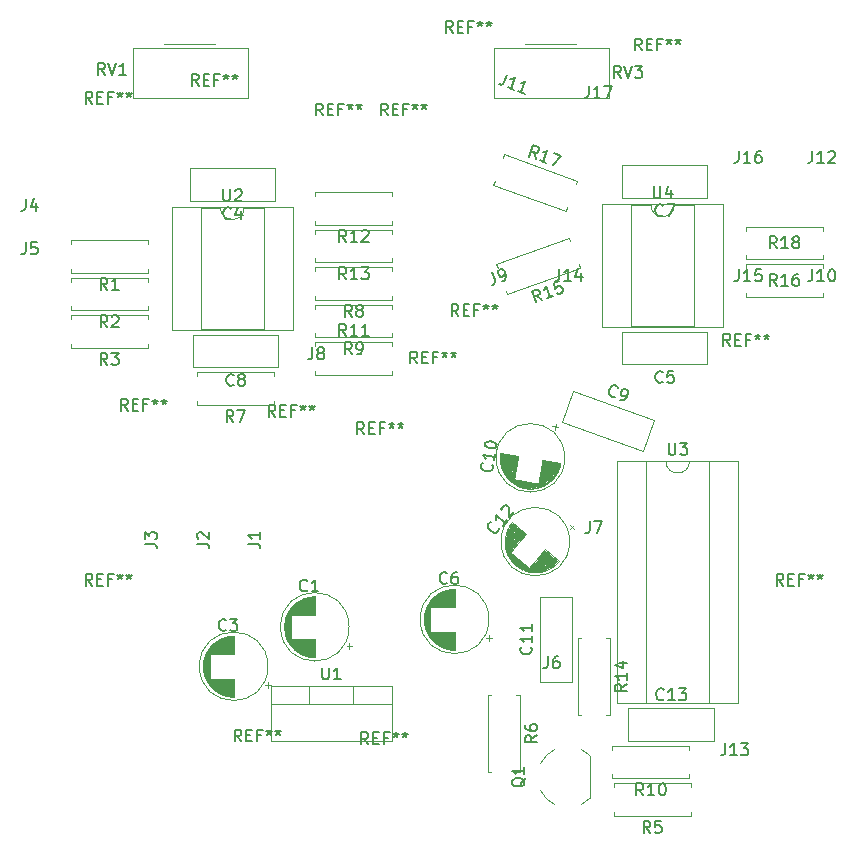
<source format=gbr>
G04 #@! TF.GenerationSoftware,KiCad,Pcbnew,(5.1.2-1)-1*
G04 #@! TF.CreationDate,2021-10-10T15:57:48-04:00*
G04 #@! TF.ProjectId,my_fav_reverb,6d795f66-6176-45f7-9265-766572622e6b,rev?*
G04 #@! TF.SameCoordinates,Original*
G04 #@! TF.FileFunction,Legend,Top*
G04 #@! TF.FilePolarity,Positive*
%FSLAX46Y46*%
G04 Gerber Fmt 4.6, Leading zero omitted, Abs format (unit mm)*
G04 Created by KiCad (PCBNEW (5.1.2-1)-1) date 2021-10-10 15:57:48*
%MOMM*%
%LPD*%
G04 APERTURE LIST*
%ADD10C,0.120000*%
%ADD11C,0.150000*%
G04 APERTURE END LIST*
D10*
X60074739Y-62976014D02*
X58896562Y-61987406D01*
X57303190Y-60650408D02*
X56125014Y-59661801D01*
X60047495Y-63005370D02*
X58870851Y-62018048D01*
X57277478Y-60681050D02*
X56100834Y-59693728D01*
X60019485Y-63034083D02*
X58845139Y-62048690D01*
X57251767Y-60711692D02*
X56077421Y-59726298D01*
X59990710Y-63062154D02*
X58819428Y-62079332D01*
X57226055Y-60742333D02*
X56054773Y-59759511D01*
X59961934Y-63090225D02*
X58793716Y-62109974D01*
X57200344Y-60772975D02*
X56032126Y-59792724D01*
X59933158Y-63118295D02*
X58768005Y-62140615D01*
X57174632Y-60803617D02*
X56009479Y-59825937D01*
X59903617Y-63145723D02*
X58742293Y-62171257D01*
X57148921Y-60834259D02*
X55987597Y-59859793D01*
X59873309Y-63172508D02*
X58716582Y-62201899D01*
X57123209Y-60864901D02*
X55966482Y-59894291D01*
X59842235Y-63198650D02*
X58690870Y-62232541D01*
X57097498Y-60895542D02*
X55946133Y-59929433D01*
X59811161Y-63224793D02*
X58665159Y-62263182D01*
X57071786Y-60926184D02*
X55925784Y-59964574D01*
X59779321Y-63250292D02*
X58639447Y-62293824D01*
X56659759Y-61417219D02*
X55672328Y-60588665D01*
X59200297Y-63601199D02*
X58227420Y-62784859D01*
X56634048Y-61447860D02*
X55661172Y-60631520D01*
X59159264Y-63618985D02*
X58201709Y-62815500D01*
X56608336Y-61478502D02*
X55650781Y-60675018D01*
X59116700Y-63635485D02*
X58175997Y-62846142D01*
X56582625Y-61509144D02*
X55641922Y-60719801D01*
X59074902Y-63652629D02*
X58150286Y-62876784D01*
X56556913Y-61539786D02*
X55632298Y-60763941D01*
X59031571Y-63668486D02*
X58124574Y-62907426D01*
X56531202Y-61570428D02*
X55624205Y-60809367D01*
X58987474Y-63683701D02*
X58098863Y-62938068D01*
X56505490Y-61601069D02*
X55616879Y-60855436D01*
X58942612Y-63698273D02*
X58073151Y-62968709D01*
X56479779Y-61631711D02*
X55610318Y-60902147D01*
X58896983Y-63712203D02*
X58047440Y-62999351D01*
X60127694Y-62916016D02*
X58947985Y-61926123D01*
X60101216Y-62946015D02*
X58922274Y-61956765D01*
X57328901Y-60619766D02*
X56149959Y-59630516D01*
X56454067Y-61662353D02*
X55604524Y-60949501D01*
X58850588Y-63725489D02*
X58021728Y-63029993D01*
X56428356Y-61692995D02*
X55599496Y-60997498D01*
X58804194Y-63738776D02*
X57996017Y-63060635D01*
X56402644Y-61723636D02*
X55594468Y-61045496D01*
X58755501Y-63750134D02*
X57970305Y-63091276D01*
X56376933Y-61754278D02*
X55591737Y-61095421D01*
X58706808Y-63761492D02*
X57944594Y-63121918D01*
X56351221Y-61784920D02*
X55589007Y-61145346D01*
X57380324Y-60558483D02*
X56200616Y-59568590D01*
X57046075Y-60956826D02*
X55906201Y-60000358D01*
X59747482Y-63275792D02*
X58613736Y-62324466D01*
X57020363Y-60987468D02*
X55886618Y-60036142D01*
X59714876Y-63300648D02*
X58588024Y-62355108D01*
X56994652Y-61018109D02*
X55867800Y-60072569D01*
X59681504Y-63324862D02*
X58562313Y-62385750D01*
X56968940Y-61048751D02*
X55849749Y-60109639D01*
X59648132Y-63349076D02*
X58536601Y-62416391D01*
X58657349Y-63772207D02*
X57918882Y-63152560D01*
X56325510Y-61815562D02*
X55587043Y-61195915D01*
X58606358Y-63781637D02*
X57893171Y-63183202D01*
X56299798Y-61846204D02*
X55586611Y-61247768D01*
X58554601Y-63790424D02*
X57867459Y-63213844D01*
X56274087Y-61876845D02*
X55586945Y-61300265D01*
X58501312Y-63797925D02*
X57841748Y-63244485D01*
X56248375Y-61907487D02*
X55588811Y-61354047D01*
X58447257Y-63804784D02*
X57816036Y-63275127D01*
X56222664Y-61938129D02*
X55591443Y-61408472D01*
X58392436Y-63811000D02*
X57790325Y-63305769D01*
X56196952Y-61968771D02*
X55594841Y-61463540D01*
X58335316Y-63815287D02*
X57764613Y-63336411D01*
X56171241Y-61999412D02*
X55600538Y-61520536D01*
X58277431Y-63818932D02*
X57738902Y-63367052D01*
X56145529Y-62030054D02*
X55607000Y-61578175D01*
X58218014Y-63821291D02*
X57713190Y-63397694D01*
X56119818Y-62060696D02*
X55614995Y-61637099D01*
X58157064Y-63822365D02*
X57687479Y-63428336D01*
X56094106Y-62091338D02*
X55624521Y-61697309D01*
X58094582Y-63822153D02*
X55635580Y-61758805D01*
X58029803Y-63820012D02*
X55648937Y-61822228D01*
X57962725Y-63815944D02*
X55664591Y-61887581D01*
X57893349Y-63809947D02*
X55682544Y-61954861D01*
X57821675Y-63802021D02*
X55702796Y-62024071D01*
X57746936Y-63791524D02*
X55726111Y-62095851D01*
X57669134Y-63778457D02*
X55752490Y-62170202D01*
X57587501Y-63762175D02*
X55782700Y-62247767D01*
X57500506Y-63741394D02*
X55818272Y-62329832D01*
X57408148Y-63716113D02*
X55859207Y-62416396D01*
X57308897Y-63685047D02*
X55907035Y-62508746D01*
X57198920Y-63644982D02*
X55965589Y-62610094D01*
X57075155Y-63593347D02*
X56037931Y-62723013D01*
X56927643Y-63521786D02*
X56134021Y-62855858D01*
X56722677Y-63402015D02*
X56287563Y-63036912D01*
X61451990Y-59816282D02*
X61130597Y-60199305D01*
X61482805Y-60168490D02*
X61099782Y-59847097D01*
X57354613Y-60589125D02*
X56174904Y-59599232D01*
X60153405Y-62885374D02*
X58973697Y-61895481D01*
X56943229Y-61079393D02*
X55831698Y-60146708D01*
X59613351Y-63373413D02*
X58510247Y-62447799D01*
X56916875Y-61110801D02*
X55813771Y-60185187D01*
X59578447Y-63396342D02*
X58484535Y-62478441D01*
X56891163Y-61141443D02*
X55797252Y-60223542D01*
X59542777Y-63418627D02*
X58458824Y-62509083D01*
X56865451Y-61172084D02*
X55781499Y-60262540D01*
X59507107Y-63440913D02*
X58433112Y-62539724D01*
X56839740Y-61202726D02*
X55765746Y-60301538D01*
X59470671Y-63462555D02*
X58407401Y-62570366D01*
X56814028Y-61233368D02*
X55750759Y-60341179D01*
X59434234Y-63484198D02*
X58381689Y-62601008D01*
X56788317Y-61264010D02*
X55735772Y-60380820D01*
X59396266Y-63504555D02*
X58355978Y-62631650D01*
X56762605Y-61294652D02*
X55722317Y-60421746D01*
X59358298Y-63524913D02*
X58330266Y-62662292D01*
X56736894Y-61325293D02*
X55708862Y-60462672D01*
X59319564Y-63544627D02*
X58304555Y-62692933D01*
X56711182Y-61355935D02*
X55696174Y-60504242D01*
X59280830Y-63564341D02*
X58278843Y-62723575D01*
X56685471Y-61386577D02*
X55683485Y-60545811D01*
X59240563Y-63582770D02*
X58253132Y-62754217D01*
X61077011Y-61226982D02*
G75*
G03X61077011Y-61226982I-2900000J0D01*
G01*
X60276360Y-54698550D02*
X58761726Y-54431479D01*
X56713326Y-54070291D02*
X55198691Y-53803220D01*
X60267444Y-54737595D02*
X58754780Y-54470871D01*
X56706380Y-54109683D02*
X55193715Y-53842959D01*
X60257544Y-54776466D02*
X58747834Y-54510264D01*
X56699434Y-54149075D02*
X55189723Y-53882873D01*
X60246659Y-54815164D02*
X58740888Y-54549656D01*
X56692488Y-54188468D02*
X55186717Y-53922960D01*
X60235774Y-54853862D02*
X58733942Y-54589048D01*
X56685542Y-54227860D02*
X55183710Y-53963046D01*
X60224889Y-54892559D02*
X58726996Y-54628440D01*
X56678596Y-54267252D02*
X55180703Y-54003133D01*
X60213019Y-54931083D02*
X58720050Y-54667833D01*
X56671650Y-54306645D02*
X55178681Y-54043394D01*
X60200164Y-54969434D02*
X58713104Y-54707225D01*
X56664704Y-54346037D02*
X55177644Y-54083828D01*
X60186324Y-55007611D02*
X58706158Y-54746617D01*
X56657758Y-54385429D02*
X55177592Y-54124436D01*
X60172485Y-55045787D02*
X58699212Y-54786010D01*
X56650812Y-54424821D02*
X55177540Y-54165044D01*
X60157660Y-55083790D02*
X58692266Y-54825402D01*
X56539504Y-55056083D02*
X55270087Y-54832251D01*
X59831664Y-55677197D02*
X58580958Y-55456664D01*
X56532558Y-55095476D02*
X55281852Y-54874942D01*
X59805022Y-55713116D02*
X58574012Y-55496056D01*
X56525612Y-55134868D02*
X55294602Y-54917808D01*
X59776410Y-55748688D02*
X58567066Y-55535448D01*
X56518666Y-55174260D02*
X55309322Y-54961020D01*
X59748783Y-55784434D02*
X58560120Y-55574841D01*
X56511720Y-55213652D02*
X55323057Y-55004059D01*
X59719187Y-55819832D02*
X58553174Y-55614233D01*
X56504774Y-55253045D02*
X55338762Y-55047445D01*
X59688605Y-55855057D02*
X58546228Y-55653625D01*
X56497828Y-55292437D02*
X55355451Y-55091005D01*
X59657039Y-55890108D02*
X58539282Y-55693018D01*
X56490882Y-55331829D02*
X55373125Y-55134739D01*
X59624488Y-55924986D02*
X58532336Y-55732410D01*
X60292221Y-54620112D02*
X58775618Y-54352694D01*
X60284291Y-54659331D02*
X58768672Y-54392087D01*
X56720271Y-54030898D02*
X55204652Y-53763654D01*
X56483936Y-55371222D02*
X55391785Y-55178646D01*
X59590953Y-55959690D02*
X58525391Y-55771802D01*
X56476990Y-55410614D02*
X55411428Y-55222727D01*
X59557417Y-55994393D02*
X58518445Y-55811195D01*
X56470044Y-55450006D02*
X55431072Y-55266808D01*
X59520927Y-56028576D02*
X58511499Y-55850587D01*
X56463099Y-55489399D02*
X55453671Y-55311409D01*
X59484436Y-56062759D02*
X58504553Y-55889979D01*
X56456153Y-55528791D02*
X55476269Y-55356011D01*
X56734163Y-53952114D02*
X55217559Y-53684696D01*
X56643866Y-54464214D02*
X55178472Y-54205825D01*
X60142836Y-55121794D02*
X58685320Y-54864794D01*
X56636920Y-54503606D02*
X55179405Y-54246607D01*
X60127027Y-55159623D02*
X58678375Y-54904187D01*
X56629974Y-54542998D02*
X55181322Y-54287562D01*
X60110233Y-55197279D02*
X58671429Y-54943579D01*
X56623029Y-54582391D02*
X55184224Y-54328691D01*
X60093439Y-55234935D02*
X58664483Y-54982971D01*
X59446961Y-56096768D02*
X58497607Y-55929371D01*
X56449207Y-55568183D02*
X55499852Y-55400786D01*
X59407517Y-56130430D02*
X58490661Y-55968764D01*
X56442261Y-55607576D02*
X55525405Y-55445909D01*
X59367088Y-56163919D02*
X58483715Y-56008156D01*
X56435315Y-55646968D02*
X55551942Y-55491205D01*
X59324689Y-56197059D02*
X58476769Y-56047548D01*
X56428369Y-55686360D02*
X55580449Y-55536849D01*
X59281305Y-56230027D02*
X58469823Y-56086941D01*
X56421423Y-55725753D02*
X55609941Y-55582666D01*
X59236936Y-56262820D02*
X58462877Y-56126333D01*
X56414477Y-55765145D02*
X55640418Y-55628657D01*
X59189613Y-56295093D02*
X58455931Y-56165725D01*
X56407531Y-55804537D02*
X55673849Y-55675169D01*
X59141305Y-56327192D02*
X58448985Y-56205118D01*
X56400585Y-55843929D02*
X55708265Y-55721855D01*
X59091028Y-56358944D02*
X58442039Y-56244510D01*
X56393639Y-55883322D02*
X55744651Y-55768888D01*
X59038781Y-56390349D02*
X58435093Y-56283902D01*
X56386693Y-55922714D02*
X55783006Y-55816268D01*
X58984564Y-56421406D02*
X55823331Y-55863995D01*
X58927393Y-56451942D02*
X55866610Y-55912244D01*
X58867267Y-56481957D02*
X55912844Y-55961013D01*
X58804187Y-56511452D02*
X55962032Y-56010303D01*
X58738153Y-56540425D02*
X56014175Y-56060114D01*
X58668179Y-56568704D02*
X56070256Y-56110620D01*
X58594266Y-56596288D02*
X56130277Y-56161820D01*
X58515430Y-56623004D02*
X56195222Y-56213889D01*
X58429699Y-56648505D02*
X56267061Y-56267173D01*
X58337075Y-56672790D02*
X56345793Y-56321673D01*
X58235587Y-56695512D02*
X56433389Y-56377735D01*
X58120313Y-56715803D02*
X56534772Y-56436229D01*
X57987311Y-56732968D02*
X56653882Y-56497848D01*
X57823781Y-56744750D02*
X56803520Y-56564851D01*
X57586390Y-56743509D02*
X57027019Y-56644877D01*
X59889229Y-51273516D02*
X59802405Y-51765920D01*
X60092019Y-51563130D02*
X59599615Y-51476306D01*
X56727217Y-53991506D02*
X55210613Y-53724088D01*
X60299167Y-54580720D02*
X58782563Y-54313302D01*
X56616083Y-54621783D02*
X55187127Y-54369820D01*
X60075486Y-55273402D02*
X58657363Y-55023348D01*
X56608963Y-54662160D02*
X55190840Y-54412107D01*
X60056723Y-55310710D02*
X58650417Y-55062741D01*
X56602017Y-54701552D02*
X55195712Y-54453583D01*
X60036974Y-55347845D02*
X58643471Y-55102133D01*
X56595071Y-54740945D02*
X55201568Y-54495233D01*
X60017226Y-55384980D02*
X58636525Y-55141525D01*
X56588125Y-54780337D02*
X55207425Y-54536882D01*
X59996493Y-55421941D02*
X58629579Y-55180918D01*
X56581179Y-54819729D02*
X55214266Y-54578706D01*
X59975759Y-55458902D02*
X58622634Y-55220310D01*
X56574233Y-54859122D02*
X55221108Y-54620529D01*
X59953057Y-55495516D02*
X58615688Y-55259702D01*
X56567287Y-54898514D02*
X55229919Y-54662700D01*
X59930354Y-55532130D02*
X58608742Y-55299095D01*
X56560342Y-54937906D02*
X55238730Y-54704870D01*
X59906666Y-55568571D02*
X58601796Y-55338487D01*
X56553396Y-54977299D02*
X55248525Y-54747215D01*
X59882978Y-55605011D02*
X58594850Y-55377879D01*
X56546450Y-55016691D02*
X55258321Y-54789559D01*
X59857321Y-55641104D02*
X58587904Y-55417271D01*
X60658362Y-54132708D02*
G75*
G03X60658362Y-54132708I-2899999J0D01*
G01*
X51213500Y-70390800D02*
X51213500Y-68852800D01*
X51213500Y-66772800D02*
X51213500Y-65234800D01*
X51173500Y-70388800D02*
X51173500Y-68852800D01*
X51173500Y-66772800D02*
X51173500Y-65236800D01*
X51133500Y-70385800D02*
X51133500Y-68852800D01*
X51133500Y-66772800D02*
X51133500Y-65239800D01*
X51093500Y-70381800D02*
X51093500Y-68852800D01*
X51093500Y-66772800D02*
X51093500Y-65243800D01*
X51053500Y-70377800D02*
X51053500Y-68852800D01*
X51053500Y-66772800D02*
X51053500Y-65247800D01*
X51013500Y-70373800D02*
X51013500Y-68852800D01*
X51013500Y-66772800D02*
X51013500Y-65251800D01*
X50973500Y-70368800D02*
X50973500Y-68852800D01*
X50973500Y-66772800D02*
X50973500Y-65256800D01*
X50933500Y-70362800D02*
X50933500Y-68852800D01*
X50933500Y-66772800D02*
X50933500Y-65262800D01*
X50893500Y-70355800D02*
X50893500Y-68852800D01*
X50893500Y-66772800D02*
X50893500Y-65269800D01*
X50853500Y-70348800D02*
X50853500Y-68852800D01*
X50853500Y-66772800D02*
X50853500Y-65276800D01*
X50813500Y-70340800D02*
X50813500Y-68852800D01*
X50212500Y-66772800D02*
X50212500Y-65483800D01*
X50172500Y-70122800D02*
X50172500Y-68852800D01*
X50172500Y-66772800D02*
X50172500Y-65502800D01*
X50132500Y-70102800D02*
X50132500Y-68852800D01*
X50132500Y-66772800D02*
X50132500Y-65522800D01*
X50092500Y-70080800D02*
X50092500Y-68852800D01*
X50092500Y-66772800D02*
X50092500Y-65544800D01*
X50052500Y-70059800D02*
X50052500Y-68852800D01*
X50052500Y-66772800D02*
X50052500Y-65565800D01*
X50012500Y-70036800D02*
X50012500Y-68852800D01*
X50012500Y-66772800D02*
X50012500Y-65588800D01*
X49972500Y-70012800D02*
X49972500Y-68852800D01*
X49972500Y-66772800D02*
X49972500Y-65612800D01*
X49932500Y-69987800D02*
X49932500Y-68852800D01*
X49932500Y-66772800D02*
X49932500Y-65637800D01*
X49892500Y-69961800D02*
X49892500Y-68852800D01*
X51293500Y-70392800D02*
X51293500Y-68852800D01*
X51253500Y-70391800D02*
X51253500Y-68852800D01*
X51253500Y-66772800D02*
X51253500Y-65233800D01*
X49892500Y-66772800D02*
X49892500Y-65663800D01*
X49852500Y-69934800D02*
X49852500Y-68852800D01*
X49852500Y-66772800D02*
X49852500Y-65690800D01*
X49812500Y-69907800D02*
X49812500Y-68852800D01*
X49812500Y-66772800D02*
X49812500Y-65717800D01*
X49772500Y-69877800D02*
X49772500Y-68852800D01*
X49772500Y-66772800D02*
X49772500Y-65747800D01*
X49732500Y-69847800D02*
X49732500Y-68852800D01*
X49732500Y-66772800D02*
X49732500Y-65777800D01*
X51333500Y-66772800D02*
X51333500Y-65232800D01*
X50813500Y-66772800D02*
X50813500Y-65284800D01*
X50773500Y-70332800D02*
X50773500Y-68852800D01*
X50773500Y-66772800D02*
X50773500Y-65292800D01*
X50733500Y-70323800D02*
X50733500Y-68852800D01*
X50733500Y-66772800D02*
X50733500Y-65301800D01*
X50693500Y-70313800D02*
X50693500Y-68852800D01*
X50693500Y-66772800D02*
X50693500Y-65311800D01*
X50653500Y-70303800D02*
X50653500Y-68852800D01*
X49692500Y-69816800D02*
X49692500Y-68852800D01*
X49692500Y-66772800D02*
X49692500Y-65808800D01*
X49652500Y-69783800D02*
X49652500Y-68852800D01*
X49652500Y-66772800D02*
X49652500Y-65841800D01*
X49612500Y-69749800D02*
X49612500Y-68852800D01*
X49612500Y-66772800D02*
X49612500Y-65875800D01*
X49572500Y-69713800D02*
X49572500Y-68852800D01*
X49572500Y-66772800D02*
X49572500Y-65911800D01*
X49532500Y-69676800D02*
X49532500Y-68852800D01*
X49532500Y-66772800D02*
X49532500Y-65948800D01*
X49492500Y-69638800D02*
X49492500Y-68852800D01*
X49492500Y-66772800D02*
X49492500Y-65986800D01*
X49452500Y-69597800D02*
X49452500Y-68852800D01*
X49452500Y-66772800D02*
X49452500Y-66027800D01*
X49412500Y-69555800D02*
X49412500Y-68852800D01*
X49412500Y-66772800D02*
X49412500Y-66069800D01*
X49372500Y-69511800D02*
X49372500Y-68852800D01*
X49372500Y-66772800D02*
X49372500Y-66113800D01*
X49332500Y-69465800D02*
X49332500Y-68852800D01*
X49332500Y-66772800D02*
X49332500Y-66159800D01*
X49292500Y-69417800D02*
X49292500Y-66207800D01*
X49252500Y-69366800D02*
X49252500Y-66258800D01*
X49212500Y-69312800D02*
X49212500Y-66312800D01*
X49172500Y-69255800D02*
X49172500Y-66369800D01*
X49132500Y-69195800D02*
X49132500Y-66429800D01*
X49092500Y-69131800D02*
X49092500Y-66493800D01*
X49052500Y-69063800D02*
X49052500Y-66561800D01*
X49012500Y-68990800D02*
X49012500Y-66634800D01*
X48972500Y-68910800D02*
X48972500Y-66714800D01*
X48932500Y-68823800D02*
X48932500Y-66801800D01*
X48892500Y-68727800D02*
X48892500Y-66897800D01*
X48852500Y-68617800D02*
X48852500Y-67007800D01*
X48812500Y-68489800D02*
X48812500Y-67135800D01*
X48772500Y-68330800D02*
X48772500Y-67294800D01*
X48732500Y-68096800D02*
X48732500Y-67528800D01*
X54519275Y-69414800D02*
X54019275Y-69414800D01*
X54269275Y-69664800D02*
X54269275Y-69164800D01*
X51293500Y-66772800D02*
X51293500Y-65232800D01*
X51333500Y-70392800D02*
X51333500Y-68852800D01*
X50653500Y-66772800D02*
X50653500Y-65321800D01*
X50612500Y-70292800D02*
X50612500Y-68852800D01*
X50612500Y-66772800D02*
X50612500Y-65332800D01*
X50572500Y-70280800D02*
X50572500Y-68852800D01*
X50572500Y-66772800D02*
X50572500Y-65344800D01*
X50532500Y-70267800D02*
X50532500Y-68852800D01*
X50532500Y-66772800D02*
X50532500Y-65357800D01*
X50492500Y-70254800D02*
X50492500Y-68852800D01*
X50492500Y-66772800D02*
X50492500Y-65370800D01*
X50452500Y-70240800D02*
X50452500Y-68852800D01*
X50452500Y-66772800D02*
X50452500Y-65384800D01*
X50412500Y-70226800D02*
X50412500Y-68852800D01*
X50412500Y-66772800D02*
X50412500Y-65398800D01*
X50372500Y-70210800D02*
X50372500Y-68852800D01*
X50372500Y-66772800D02*
X50372500Y-65414800D01*
X50332500Y-70194800D02*
X50332500Y-68852800D01*
X50332500Y-66772800D02*
X50332500Y-65430800D01*
X50292500Y-70177800D02*
X50292500Y-68852800D01*
X50292500Y-66772800D02*
X50292500Y-65447800D01*
X50252500Y-70160800D02*
X50252500Y-68852800D01*
X50252500Y-66772800D02*
X50252500Y-65464800D01*
X50212500Y-70141800D02*
X50212500Y-68852800D01*
X54233500Y-67812800D02*
G75*
G03X54233500Y-67812800I-2900000J0D01*
G01*
X32513500Y-74360800D02*
X32513500Y-72822800D01*
X32513500Y-70742800D02*
X32513500Y-69204800D01*
X32473500Y-74358800D02*
X32473500Y-72822800D01*
X32473500Y-70742800D02*
X32473500Y-69206800D01*
X32433500Y-74355800D02*
X32433500Y-72822800D01*
X32433500Y-70742800D02*
X32433500Y-69209800D01*
X32393500Y-74351800D02*
X32393500Y-72822800D01*
X32393500Y-70742800D02*
X32393500Y-69213800D01*
X32353500Y-74347800D02*
X32353500Y-72822800D01*
X32353500Y-70742800D02*
X32353500Y-69217800D01*
X32313500Y-74343800D02*
X32313500Y-72822800D01*
X32313500Y-70742800D02*
X32313500Y-69221800D01*
X32273500Y-74338800D02*
X32273500Y-72822800D01*
X32273500Y-70742800D02*
X32273500Y-69226800D01*
X32233500Y-74332800D02*
X32233500Y-72822800D01*
X32233500Y-70742800D02*
X32233500Y-69232800D01*
X32193500Y-74325800D02*
X32193500Y-72822800D01*
X32193500Y-70742800D02*
X32193500Y-69239800D01*
X32153500Y-74318800D02*
X32153500Y-72822800D01*
X32153500Y-70742800D02*
X32153500Y-69246800D01*
X32113500Y-74310800D02*
X32113500Y-72822800D01*
X31512500Y-70742800D02*
X31512500Y-69453800D01*
X31472500Y-74092800D02*
X31472500Y-72822800D01*
X31472500Y-70742800D02*
X31472500Y-69472800D01*
X31432500Y-74072800D02*
X31432500Y-72822800D01*
X31432500Y-70742800D02*
X31432500Y-69492800D01*
X31392500Y-74050800D02*
X31392500Y-72822800D01*
X31392500Y-70742800D02*
X31392500Y-69514800D01*
X31352500Y-74029800D02*
X31352500Y-72822800D01*
X31352500Y-70742800D02*
X31352500Y-69535800D01*
X31312500Y-74006800D02*
X31312500Y-72822800D01*
X31312500Y-70742800D02*
X31312500Y-69558800D01*
X31272500Y-73982800D02*
X31272500Y-72822800D01*
X31272500Y-70742800D02*
X31272500Y-69582800D01*
X31232500Y-73957800D02*
X31232500Y-72822800D01*
X31232500Y-70742800D02*
X31232500Y-69607800D01*
X31192500Y-73931800D02*
X31192500Y-72822800D01*
X32593500Y-74362800D02*
X32593500Y-72822800D01*
X32553500Y-74361800D02*
X32553500Y-72822800D01*
X32553500Y-70742800D02*
X32553500Y-69203800D01*
X31192500Y-70742800D02*
X31192500Y-69633800D01*
X31152500Y-73904800D02*
X31152500Y-72822800D01*
X31152500Y-70742800D02*
X31152500Y-69660800D01*
X31112500Y-73877800D02*
X31112500Y-72822800D01*
X31112500Y-70742800D02*
X31112500Y-69687800D01*
X31072500Y-73847800D02*
X31072500Y-72822800D01*
X31072500Y-70742800D02*
X31072500Y-69717800D01*
X31032500Y-73817800D02*
X31032500Y-72822800D01*
X31032500Y-70742800D02*
X31032500Y-69747800D01*
X32633500Y-70742800D02*
X32633500Y-69202800D01*
X32113500Y-70742800D02*
X32113500Y-69254800D01*
X32073500Y-74302800D02*
X32073500Y-72822800D01*
X32073500Y-70742800D02*
X32073500Y-69262800D01*
X32033500Y-74293800D02*
X32033500Y-72822800D01*
X32033500Y-70742800D02*
X32033500Y-69271800D01*
X31993500Y-74283800D02*
X31993500Y-72822800D01*
X31993500Y-70742800D02*
X31993500Y-69281800D01*
X31953500Y-74273800D02*
X31953500Y-72822800D01*
X30992500Y-73786800D02*
X30992500Y-72822800D01*
X30992500Y-70742800D02*
X30992500Y-69778800D01*
X30952500Y-73753800D02*
X30952500Y-72822800D01*
X30952500Y-70742800D02*
X30952500Y-69811800D01*
X30912500Y-73719800D02*
X30912500Y-72822800D01*
X30912500Y-70742800D02*
X30912500Y-69845800D01*
X30872500Y-73683800D02*
X30872500Y-72822800D01*
X30872500Y-70742800D02*
X30872500Y-69881800D01*
X30832500Y-73646800D02*
X30832500Y-72822800D01*
X30832500Y-70742800D02*
X30832500Y-69918800D01*
X30792500Y-73608800D02*
X30792500Y-72822800D01*
X30792500Y-70742800D02*
X30792500Y-69956800D01*
X30752500Y-73567800D02*
X30752500Y-72822800D01*
X30752500Y-70742800D02*
X30752500Y-69997800D01*
X30712500Y-73525800D02*
X30712500Y-72822800D01*
X30712500Y-70742800D02*
X30712500Y-70039800D01*
X30672500Y-73481800D02*
X30672500Y-72822800D01*
X30672500Y-70742800D02*
X30672500Y-70083800D01*
X30632500Y-73435800D02*
X30632500Y-72822800D01*
X30632500Y-70742800D02*
X30632500Y-70129800D01*
X30592500Y-73387800D02*
X30592500Y-70177800D01*
X30552500Y-73336800D02*
X30552500Y-70228800D01*
X30512500Y-73282800D02*
X30512500Y-70282800D01*
X30472500Y-73225800D02*
X30472500Y-70339800D01*
X30432500Y-73165800D02*
X30432500Y-70399800D01*
X30392500Y-73101800D02*
X30392500Y-70463800D01*
X30352500Y-73033800D02*
X30352500Y-70531800D01*
X30312500Y-72960800D02*
X30312500Y-70604800D01*
X30272500Y-72880800D02*
X30272500Y-70684800D01*
X30232500Y-72793800D02*
X30232500Y-70771800D01*
X30192500Y-72697800D02*
X30192500Y-70867800D01*
X30152500Y-72587800D02*
X30152500Y-70977800D01*
X30112500Y-72459800D02*
X30112500Y-71105800D01*
X30072500Y-72300800D02*
X30072500Y-71264800D01*
X30032500Y-72066800D02*
X30032500Y-71498800D01*
X35819275Y-73384800D02*
X35319275Y-73384800D01*
X35569275Y-73634800D02*
X35569275Y-73134800D01*
X32593500Y-70742800D02*
X32593500Y-69202800D01*
X32633500Y-74362800D02*
X32633500Y-72822800D01*
X31953500Y-70742800D02*
X31953500Y-69291800D01*
X31912500Y-74262800D02*
X31912500Y-72822800D01*
X31912500Y-70742800D02*
X31912500Y-69302800D01*
X31872500Y-74250800D02*
X31872500Y-72822800D01*
X31872500Y-70742800D02*
X31872500Y-69314800D01*
X31832500Y-74237800D02*
X31832500Y-72822800D01*
X31832500Y-70742800D02*
X31832500Y-69327800D01*
X31792500Y-74224800D02*
X31792500Y-72822800D01*
X31792500Y-70742800D02*
X31792500Y-69340800D01*
X31752500Y-74210800D02*
X31752500Y-72822800D01*
X31752500Y-70742800D02*
X31752500Y-69354800D01*
X31712500Y-74196800D02*
X31712500Y-72822800D01*
X31712500Y-70742800D02*
X31712500Y-69368800D01*
X31672500Y-74180800D02*
X31672500Y-72822800D01*
X31672500Y-70742800D02*
X31672500Y-69384800D01*
X31632500Y-74164800D02*
X31632500Y-72822800D01*
X31632500Y-70742800D02*
X31632500Y-69400800D01*
X31592500Y-74147800D02*
X31592500Y-72822800D01*
X31592500Y-70742800D02*
X31592500Y-69417800D01*
X31552500Y-74130800D02*
X31552500Y-72822800D01*
X31552500Y-70742800D02*
X31552500Y-69434800D01*
X31512500Y-74111800D02*
X31512500Y-72822800D01*
X35533500Y-71782800D02*
G75*
G03X35533500Y-71782800I-2900000J0D01*
G01*
X39383500Y-71020800D02*
X39383500Y-69482800D01*
X39383500Y-67402800D02*
X39383500Y-65864800D01*
X39343500Y-71018800D02*
X39343500Y-69482800D01*
X39343500Y-67402800D02*
X39343500Y-65866800D01*
X39303500Y-71015800D02*
X39303500Y-69482800D01*
X39303500Y-67402800D02*
X39303500Y-65869800D01*
X39263500Y-71011800D02*
X39263500Y-69482800D01*
X39263500Y-67402800D02*
X39263500Y-65873800D01*
X39223500Y-71007800D02*
X39223500Y-69482800D01*
X39223500Y-67402800D02*
X39223500Y-65877800D01*
X39183500Y-71003800D02*
X39183500Y-69482800D01*
X39183500Y-67402800D02*
X39183500Y-65881800D01*
X39143500Y-70998800D02*
X39143500Y-69482800D01*
X39143500Y-67402800D02*
X39143500Y-65886800D01*
X39103500Y-70992800D02*
X39103500Y-69482800D01*
X39103500Y-67402800D02*
X39103500Y-65892800D01*
X39063500Y-70985800D02*
X39063500Y-69482800D01*
X39063500Y-67402800D02*
X39063500Y-65899800D01*
X39023500Y-70978800D02*
X39023500Y-69482800D01*
X39023500Y-67402800D02*
X39023500Y-65906800D01*
X38983500Y-70970800D02*
X38983500Y-69482800D01*
X38382500Y-67402800D02*
X38382500Y-66113800D01*
X38342500Y-70752800D02*
X38342500Y-69482800D01*
X38342500Y-67402800D02*
X38342500Y-66132800D01*
X38302500Y-70732800D02*
X38302500Y-69482800D01*
X38302500Y-67402800D02*
X38302500Y-66152800D01*
X38262500Y-70710800D02*
X38262500Y-69482800D01*
X38262500Y-67402800D02*
X38262500Y-66174800D01*
X38222500Y-70689800D02*
X38222500Y-69482800D01*
X38222500Y-67402800D02*
X38222500Y-66195800D01*
X38182500Y-70666800D02*
X38182500Y-69482800D01*
X38182500Y-67402800D02*
X38182500Y-66218800D01*
X38142500Y-70642800D02*
X38142500Y-69482800D01*
X38142500Y-67402800D02*
X38142500Y-66242800D01*
X38102500Y-70617800D02*
X38102500Y-69482800D01*
X38102500Y-67402800D02*
X38102500Y-66267800D01*
X38062500Y-70591800D02*
X38062500Y-69482800D01*
X39463500Y-71022800D02*
X39463500Y-69482800D01*
X39423500Y-71021800D02*
X39423500Y-69482800D01*
X39423500Y-67402800D02*
X39423500Y-65863800D01*
X38062500Y-67402800D02*
X38062500Y-66293800D01*
X38022500Y-70564800D02*
X38022500Y-69482800D01*
X38022500Y-67402800D02*
X38022500Y-66320800D01*
X37982500Y-70537800D02*
X37982500Y-69482800D01*
X37982500Y-67402800D02*
X37982500Y-66347800D01*
X37942500Y-70507800D02*
X37942500Y-69482800D01*
X37942500Y-67402800D02*
X37942500Y-66377800D01*
X37902500Y-70477800D02*
X37902500Y-69482800D01*
X37902500Y-67402800D02*
X37902500Y-66407800D01*
X39503500Y-67402800D02*
X39503500Y-65862800D01*
X38983500Y-67402800D02*
X38983500Y-65914800D01*
X38943500Y-70962800D02*
X38943500Y-69482800D01*
X38943500Y-67402800D02*
X38943500Y-65922800D01*
X38903500Y-70953800D02*
X38903500Y-69482800D01*
X38903500Y-67402800D02*
X38903500Y-65931800D01*
X38863500Y-70943800D02*
X38863500Y-69482800D01*
X38863500Y-67402800D02*
X38863500Y-65941800D01*
X38823500Y-70933800D02*
X38823500Y-69482800D01*
X37862500Y-70446800D02*
X37862500Y-69482800D01*
X37862500Y-67402800D02*
X37862500Y-66438800D01*
X37822500Y-70413800D02*
X37822500Y-69482800D01*
X37822500Y-67402800D02*
X37822500Y-66471800D01*
X37782500Y-70379800D02*
X37782500Y-69482800D01*
X37782500Y-67402800D02*
X37782500Y-66505800D01*
X37742500Y-70343800D02*
X37742500Y-69482800D01*
X37742500Y-67402800D02*
X37742500Y-66541800D01*
X37702500Y-70306800D02*
X37702500Y-69482800D01*
X37702500Y-67402800D02*
X37702500Y-66578800D01*
X37662500Y-70268800D02*
X37662500Y-69482800D01*
X37662500Y-67402800D02*
X37662500Y-66616800D01*
X37622500Y-70227800D02*
X37622500Y-69482800D01*
X37622500Y-67402800D02*
X37622500Y-66657800D01*
X37582500Y-70185800D02*
X37582500Y-69482800D01*
X37582500Y-67402800D02*
X37582500Y-66699800D01*
X37542500Y-70141800D02*
X37542500Y-69482800D01*
X37542500Y-67402800D02*
X37542500Y-66743800D01*
X37502500Y-70095800D02*
X37502500Y-69482800D01*
X37502500Y-67402800D02*
X37502500Y-66789800D01*
X37462500Y-70047800D02*
X37462500Y-66837800D01*
X37422500Y-69996800D02*
X37422500Y-66888800D01*
X37382500Y-69942800D02*
X37382500Y-66942800D01*
X37342500Y-69885800D02*
X37342500Y-66999800D01*
X37302500Y-69825800D02*
X37302500Y-67059800D01*
X37262500Y-69761800D02*
X37262500Y-67123800D01*
X37222500Y-69693800D02*
X37222500Y-67191800D01*
X37182500Y-69620800D02*
X37182500Y-67264800D01*
X37142500Y-69540800D02*
X37142500Y-67344800D01*
X37102500Y-69453800D02*
X37102500Y-67431800D01*
X37062500Y-69357800D02*
X37062500Y-67527800D01*
X37022500Y-69247800D02*
X37022500Y-67637800D01*
X36982500Y-69119800D02*
X36982500Y-67765800D01*
X36942500Y-68960800D02*
X36942500Y-67924800D01*
X36902500Y-68726800D02*
X36902500Y-68158800D01*
X42689275Y-70044800D02*
X42189275Y-70044800D01*
X42439275Y-70294800D02*
X42439275Y-69794800D01*
X39463500Y-67402800D02*
X39463500Y-65862800D01*
X39503500Y-71022800D02*
X39503500Y-69482800D01*
X38823500Y-67402800D02*
X38823500Y-65951800D01*
X38782500Y-70922800D02*
X38782500Y-69482800D01*
X38782500Y-67402800D02*
X38782500Y-65962800D01*
X38742500Y-70910800D02*
X38742500Y-69482800D01*
X38742500Y-67402800D02*
X38742500Y-65974800D01*
X38702500Y-70897800D02*
X38702500Y-69482800D01*
X38702500Y-67402800D02*
X38702500Y-65987800D01*
X38662500Y-70884800D02*
X38662500Y-69482800D01*
X38662500Y-67402800D02*
X38662500Y-66000800D01*
X38622500Y-70870800D02*
X38622500Y-69482800D01*
X38622500Y-67402800D02*
X38622500Y-66014800D01*
X38582500Y-70856800D02*
X38582500Y-69482800D01*
X38582500Y-67402800D02*
X38582500Y-66028800D01*
X38542500Y-70840800D02*
X38542500Y-69482800D01*
X38542500Y-67402800D02*
X38542500Y-66044800D01*
X38502500Y-70824800D02*
X38502500Y-69482800D01*
X38502500Y-67402800D02*
X38502500Y-66060800D01*
X38462500Y-70807800D02*
X38462500Y-69482800D01*
X38462500Y-67402800D02*
X38462500Y-66077800D01*
X38422500Y-70790800D02*
X38422500Y-69482800D01*
X38422500Y-67402800D02*
X38422500Y-66094800D01*
X38382500Y-70771800D02*
X38382500Y-69482800D01*
X42403500Y-68442800D02*
G75*
G03X42403500Y-68442800I-2900000J0D01*
G01*
X61848267Y-37747046D02*
X61961134Y-38057145D01*
X61961134Y-38057145D02*
X55815544Y-40293957D01*
X55815544Y-40293957D02*
X55702677Y-39983858D01*
X61136865Y-35792486D02*
X61023998Y-35482387D01*
X61023998Y-35482387D02*
X54878409Y-37719199D01*
X54878409Y-37719199D02*
X54991275Y-38029297D01*
X57341000Y-19125100D02*
X61659000Y-19125100D01*
X54708100Y-19418100D02*
X64448100Y-19418100D01*
X54708100Y-23708100D02*
X54708100Y-19418100D01*
X64448100Y-23708100D02*
X64448100Y-19418100D01*
X54708100Y-23708100D02*
X64448100Y-23708100D01*
X26762900Y-19125100D02*
X31080900Y-19125100D01*
X24130000Y-19418100D02*
X33870000Y-19418100D01*
X24130000Y-23708100D02*
X24130000Y-19418100D01*
X33870000Y-23708100D02*
X33870000Y-19418100D01*
X24130000Y-23708100D02*
X33870000Y-23708100D01*
X62082795Y-78828816D02*
G75*
G02X62810000Y-79353000I-1122795J-2324184D01*
G01*
X59861629Y-78797543D02*
G75*
G03X58610000Y-80043000I1098371J-2355457D01*
G01*
X59856158Y-83520199D02*
G75*
G02X58610000Y-82293000I1103842J2367199D01*
G01*
X62082795Y-83477184D02*
G75*
G03X62810000Y-82953000I-1122795J2324184D01*
G01*
X62810000Y-82953000D02*
X62810000Y-79353000D01*
X74101000Y-32646000D02*
X63821000Y-32646000D01*
X74101000Y-43046000D02*
X74101000Y-32646000D01*
X63821000Y-43046000D02*
X74101000Y-43046000D01*
X63821000Y-32646000D02*
X63821000Y-43046000D01*
X71611000Y-32706000D02*
X69961000Y-32706000D01*
X71611000Y-42986000D02*
X71611000Y-32706000D01*
X66311000Y-42986000D02*
X71611000Y-42986000D01*
X66311000Y-32706000D02*
X66311000Y-42986000D01*
X67961000Y-32706000D02*
X66311000Y-32706000D01*
X69961000Y-32706000D02*
G75*
G02X67961000Y-32706000I-1000000J0D01*
G01*
X28932000Y-32358000D02*
X28932000Y-29618000D01*
X36172000Y-32358000D02*
X36172000Y-29618000D01*
X36172000Y-29618000D02*
X28932000Y-29618000D01*
X36172000Y-32358000D02*
X28932000Y-32358000D01*
X65508000Y-46201000D02*
X65508000Y-43461000D01*
X72748000Y-46201000D02*
X72748000Y-43461000D01*
X72748000Y-43461000D02*
X65508000Y-43461000D01*
X72748000Y-46201000D02*
X65508000Y-46201000D01*
X72748000Y-32104000D02*
X65508000Y-32104000D01*
X72748000Y-29364000D02*
X65508000Y-29364000D01*
X72748000Y-32104000D02*
X72748000Y-29364000D01*
X65508000Y-32104000D02*
X65508000Y-29364000D01*
X36426000Y-46455000D02*
X29186000Y-46455000D01*
X36426000Y-43715000D02*
X29186000Y-43715000D01*
X36426000Y-46455000D02*
X36426000Y-43715000D01*
X29186000Y-46455000D02*
X29186000Y-43715000D01*
X61392112Y-48494559D02*
X68195486Y-50970784D01*
X60454977Y-51069316D02*
X67258351Y-53545542D01*
X61392112Y-48494559D02*
X60454977Y-51069316D01*
X68195486Y-50970784D02*
X67258351Y-53545542D01*
X58574000Y-65889000D02*
X61314000Y-65889000D01*
X58574000Y-73129000D02*
X61314000Y-73129000D01*
X61314000Y-73129000D02*
X61314000Y-65889000D01*
X58574000Y-73129000D02*
X58574000Y-65889000D01*
X66063000Y-75338000D02*
X73303000Y-75338000D01*
X66063000Y-78078000D02*
X73303000Y-78078000D01*
X66063000Y-75338000D02*
X66063000Y-78078000D01*
X73303000Y-75338000D02*
X73303000Y-78078000D01*
X18828000Y-35714000D02*
X18828000Y-36044000D01*
X25368000Y-35714000D02*
X18828000Y-35714000D01*
X25368000Y-36044000D02*
X25368000Y-35714000D01*
X18828000Y-38454000D02*
X18828000Y-38124000D01*
X25368000Y-38454000D02*
X18828000Y-38454000D01*
X25368000Y-38124000D02*
X25368000Y-38454000D01*
X25368000Y-41299000D02*
X25368000Y-41629000D01*
X25368000Y-41629000D02*
X18828000Y-41629000D01*
X18828000Y-41629000D02*
X18828000Y-41299000D01*
X25368000Y-39219000D02*
X25368000Y-38889000D01*
X25368000Y-38889000D02*
X18828000Y-38889000D01*
X18828000Y-38889000D02*
X18828000Y-39219000D01*
X18828000Y-42064000D02*
X18828000Y-42394000D01*
X25368000Y-42064000D02*
X18828000Y-42064000D01*
X25368000Y-42394000D02*
X25368000Y-42064000D01*
X18828000Y-44804000D02*
X18828000Y-44474000D01*
X25368000Y-44804000D02*
X18828000Y-44804000D01*
X25368000Y-44474000D02*
X25368000Y-44804000D01*
X71342000Y-84098000D02*
X71342000Y-84428000D01*
X71342000Y-84428000D02*
X64802000Y-84428000D01*
X64802000Y-84428000D02*
X64802000Y-84098000D01*
X71342000Y-82018000D02*
X71342000Y-81688000D01*
X71342000Y-81688000D02*
X64802000Y-81688000D01*
X64802000Y-81688000D02*
X64802000Y-82018000D01*
X56539000Y-74200000D02*
X56869000Y-74200000D01*
X56869000Y-74200000D02*
X56869000Y-80740000D01*
X56869000Y-80740000D02*
X56539000Y-80740000D01*
X54459000Y-74200000D02*
X54129000Y-74200000D01*
X54129000Y-74200000D02*
X54129000Y-80740000D01*
X54129000Y-80740000D02*
X54459000Y-80740000D01*
X36036000Y-49300000D02*
X36036000Y-49630000D01*
X36036000Y-49630000D02*
X29496000Y-49630000D01*
X29496000Y-49630000D02*
X29496000Y-49300000D01*
X36036000Y-47220000D02*
X36036000Y-46890000D01*
X36036000Y-46890000D02*
X29496000Y-46890000D01*
X29496000Y-46890000D02*
X29496000Y-47220000D01*
X46069000Y-40410000D02*
X46069000Y-40740000D01*
X46069000Y-40740000D02*
X39529000Y-40740000D01*
X39529000Y-40740000D02*
X39529000Y-40410000D01*
X46069000Y-38330000D02*
X46069000Y-38000000D01*
X46069000Y-38000000D02*
X39529000Y-38000000D01*
X39529000Y-38000000D02*
X39529000Y-38330000D01*
X39529000Y-41175000D02*
X39529000Y-41505000D01*
X46069000Y-41175000D02*
X39529000Y-41175000D01*
X46069000Y-41505000D02*
X46069000Y-41175000D01*
X39529000Y-43915000D02*
X39529000Y-43585000D01*
X46069000Y-43915000D02*
X39529000Y-43915000D01*
X46069000Y-43585000D02*
X46069000Y-43915000D01*
X71215000Y-80923000D02*
X71215000Y-81253000D01*
X71215000Y-81253000D02*
X64675000Y-81253000D01*
X64675000Y-81253000D02*
X64675000Y-80923000D01*
X71215000Y-78843000D02*
X71215000Y-78513000D01*
X71215000Y-78513000D02*
X64675000Y-78513000D01*
X64675000Y-78513000D02*
X64675000Y-78843000D01*
X46069000Y-47090000D02*
X46069000Y-46760000D01*
X39529000Y-47090000D02*
X46069000Y-47090000D01*
X39529000Y-46760000D02*
X39529000Y-47090000D01*
X46069000Y-44350000D02*
X46069000Y-44680000D01*
X39529000Y-44350000D02*
X46069000Y-44350000D01*
X39529000Y-44680000D02*
X39529000Y-44350000D01*
X46069000Y-34060000D02*
X46069000Y-34390000D01*
X46069000Y-34390000D02*
X39529000Y-34390000D01*
X39529000Y-34390000D02*
X39529000Y-34060000D01*
X46069000Y-31980000D02*
X46069000Y-31650000D01*
X46069000Y-31650000D02*
X39529000Y-31650000D01*
X39529000Y-31650000D02*
X39529000Y-31980000D01*
X39529000Y-34825000D02*
X39529000Y-35155000D01*
X46069000Y-34825000D02*
X39529000Y-34825000D01*
X46069000Y-35155000D02*
X46069000Y-34825000D01*
X39529000Y-37565000D02*
X39529000Y-37235000D01*
X46069000Y-37565000D02*
X39529000Y-37565000D01*
X46069000Y-37235000D02*
X46069000Y-37565000D01*
X61749000Y-75914000D02*
X62079000Y-75914000D01*
X61749000Y-69374000D02*
X61749000Y-75914000D01*
X62079000Y-69374000D02*
X61749000Y-69374000D01*
X64489000Y-75914000D02*
X64159000Y-75914000D01*
X64489000Y-69374000D02*
X64489000Y-75914000D01*
X64159000Y-69374000D02*
X64489000Y-69374000D01*
X82518000Y-40486000D02*
X82518000Y-40156000D01*
X75978000Y-40486000D02*
X82518000Y-40486000D01*
X75978000Y-40156000D02*
X75978000Y-40486000D01*
X82518000Y-37746000D02*
X82518000Y-38076000D01*
X75978000Y-37746000D02*
X82518000Y-37746000D01*
X75978000Y-38076000D02*
X75978000Y-37746000D01*
X60764229Y-33248534D02*
X60877096Y-32938435D01*
X54618639Y-31011722D02*
X60764229Y-33248534D01*
X54731506Y-30701623D02*
X54618639Y-31011722D01*
X61701364Y-30673776D02*
X61588498Y-30983874D01*
X55555775Y-28436964D02*
X61701364Y-30673776D01*
X55442908Y-28747063D02*
X55555775Y-28436964D01*
X82518000Y-36981000D02*
X82518000Y-37311000D01*
X82518000Y-37311000D02*
X75978000Y-37311000D01*
X75978000Y-37311000D02*
X75978000Y-36981000D01*
X82518000Y-34901000D02*
X82518000Y-34571000D01*
X82518000Y-34571000D02*
X75978000Y-34571000D01*
X75978000Y-34571000D02*
X75978000Y-34901000D01*
X35774000Y-73438000D02*
X46014000Y-73438000D01*
X35774000Y-78079000D02*
X46014000Y-78079000D01*
X35774000Y-73438000D02*
X35774000Y-78079000D01*
X46014000Y-73438000D02*
X46014000Y-78079000D01*
X35774000Y-74948000D02*
X46014000Y-74948000D01*
X39044000Y-73438000D02*
X39044000Y-74948000D01*
X42745000Y-73438000D02*
X42745000Y-74948000D01*
X33512000Y-32960000D02*
G75*
G02X31512000Y-32960000I-1000000J0D01*
G01*
X31512000Y-32960000D02*
X29862000Y-32960000D01*
X29862000Y-32960000D02*
X29862000Y-43240000D01*
X29862000Y-43240000D02*
X35162000Y-43240000D01*
X35162000Y-43240000D02*
X35162000Y-32960000D01*
X35162000Y-32960000D02*
X33512000Y-32960000D01*
X27372000Y-32900000D02*
X27372000Y-43300000D01*
X27372000Y-43300000D02*
X37652000Y-43300000D01*
X37652000Y-43300000D02*
X37652000Y-32900000D01*
X37652000Y-32900000D02*
X27372000Y-32900000D01*
X71231000Y-54423000D02*
G75*
G02X69231000Y-54423000I-1000000J0D01*
G01*
X69231000Y-54423000D02*
X67581000Y-54423000D01*
X67581000Y-54423000D02*
X67581000Y-74863000D01*
X67581000Y-74863000D02*
X72881000Y-74863000D01*
X72881000Y-74863000D02*
X72881000Y-54423000D01*
X72881000Y-54423000D02*
X71231000Y-54423000D01*
X65091000Y-54363000D02*
X65091000Y-74923000D01*
X65091000Y-74923000D02*
X75371000Y-74923000D01*
X75371000Y-74923000D02*
X75371000Y-54363000D01*
X75371000Y-54363000D02*
X65091000Y-54363000D01*
D11*
X44026666Y-78382380D02*
X43693333Y-77906190D01*
X43455238Y-78382380D02*
X43455238Y-77382380D01*
X43836190Y-77382380D01*
X43931428Y-77430000D01*
X43979047Y-77477619D01*
X44026666Y-77572857D01*
X44026666Y-77715714D01*
X43979047Y-77810952D01*
X43931428Y-77858571D01*
X43836190Y-77906190D01*
X43455238Y-77906190D01*
X44455238Y-77858571D02*
X44788571Y-77858571D01*
X44931428Y-78382380D02*
X44455238Y-78382380D01*
X44455238Y-77382380D01*
X44931428Y-77382380D01*
X45693333Y-77858571D02*
X45360000Y-77858571D01*
X45360000Y-78382380D02*
X45360000Y-77382380D01*
X45836190Y-77382380D01*
X46360000Y-77382380D02*
X46360000Y-77620476D01*
X46121904Y-77525238D02*
X46360000Y-77620476D01*
X46598095Y-77525238D01*
X46217142Y-77810952D02*
X46360000Y-77620476D01*
X46502857Y-77810952D01*
X47121904Y-77382380D02*
X47121904Y-77620476D01*
X46883809Y-77525238D02*
X47121904Y-77620476D01*
X47360000Y-77525238D01*
X46979047Y-77810952D02*
X47121904Y-77620476D01*
X47264761Y-77810952D01*
X33286666Y-78152380D02*
X32953333Y-77676190D01*
X32715238Y-78152380D02*
X32715238Y-77152380D01*
X33096190Y-77152380D01*
X33191428Y-77200000D01*
X33239047Y-77247619D01*
X33286666Y-77342857D01*
X33286666Y-77485714D01*
X33239047Y-77580952D01*
X33191428Y-77628571D01*
X33096190Y-77676190D01*
X32715238Y-77676190D01*
X33715238Y-77628571D02*
X34048571Y-77628571D01*
X34191428Y-78152380D02*
X33715238Y-78152380D01*
X33715238Y-77152380D01*
X34191428Y-77152380D01*
X34953333Y-77628571D02*
X34620000Y-77628571D01*
X34620000Y-78152380D02*
X34620000Y-77152380D01*
X35096190Y-77152380D01*
X35620000Y-77152380D02*
X35620000Y-77390476D01*
X35381904Y-77295238D02*
X35620000Y-77390476D01*
X35858095Y-77295238D01*
X35477142Y-77580952D02*
X35620000Y-77390476D01*
X35762857Y-77580952D01*
X36381904Y-77152380D02*
X36381904Y-77390476D01*
X36143809Y-77295238D02*
X36381904Y-77390476D01*
X36620000Y-77295238D01*
X36239047Y-77580952D02*
X36381904Y-77390476D01*
X36524761Y-77580952D01*
X55078822Y-60100781D02*
X55084692Y-60167868D01*
X55029343Y-60307912D01*
X54968125Y-60380868D01*
X54839820Y-60459694D01*
X54705646Y-60471433D01*
X54602080Y-60446694D01*
X54425558Y-60360736D01*
X54316123Y-60268909D01*
X54200819Y-60109995D01*
X54158471Y-60012299D01*
X54146732Y-59878125D01*
X54202081Y-59738081D01*
X54263299Y-59665124D01*
X54391604Y-59586298D01*
X54458691Y-59580429D01*
X55763957Y-59432432D02*
X55396650Y-59870172D01*
X55580304Y-59651302D02*
X54814259Y-59008515D01*
X54862476Y-59173298D01*
X54874215Y-59307473D01*
X54849476Y-59411038D01*
X55315741Y-58559036D02*
X55309872Y-58491949D01*
X55334611Y-58388383D01*
X55487656Y-58205992D01*
X55585352Y-58163644D01*
X55652439Y-58157775D01*
X55756005Y-58182514D01*
X55828962Y-58243732D01*
X55907788Y-58372037D01*
X55978220Y-59177084D01*
X56376136Y-58702866D01*
X54512154Y-54706483D02*
X54550780Y-54761648D01*
X54572869Y-54910604D01*
X54556331Y-55004395D01*
X54484629Y-55136813D01*
X54374299Y-55214066D01*
X54272239Y-55244424D01*
X54076388Y-55258244D01*
X53935701Y-55233437D01*
X53756388Y-55153465D01*
X53670865Y-55090032D01*
X53593612Y-54979703D01*
X53571523Y-54830747D01*
X53588061Y-54736956D01*
X53659764Y-54604538D01*
X53714928Y-54565911D01*
X54771324Y-53785109D02*
X54672096Y-54347856D01*
X54721710Y-54066483D02*
X53736902Y-53892835D01*
X53861051Y-54011433D01*
X53938305Y-54121762D01*
X53968662Y-54223822D01*
X53894013Y-53001818D02*
X53910551Y-52908027D01*
X53973984Y-52822505D01*
X54029149Y-52783878D01*
X54131209Y-52753520D01*
X54327060Y-52739701D01*
X54561538Y-52781045D01*
X54740852Y-52861017D01*
X54826374Y-52924450D01*
X54865001Y-52979615D01*
X54895358Y-53081675D01*
X54878821Y-53175466D01*
X54815387Y-53260989D01*
X54760222Y-53299615D01*
X54658162Y-53329973D01*
X54462311Y-53343793D01*
X54227833Y-53302448D01*
X54048519Y-53222476D01*
X53962997Y-53159043D01*
X53924370Y-53103878D01*
X53894013Y-53001818D01*
X50680933Y-64715542D02*
X50633314Y-64763161D01*
X50490457Y-64810780D01*
X50395219Y-64810780D01*
X50252361Y-64763161D01*
X50157123Y-64667923D01*
X50109504Y-64572685D01*
X50061885Y-64382209D01*
X50061885Y-64239352D01*
X50109504Y-64048876D01*
X50157123Y-63953638D01*
X50252361Y-63858400D01*
X50395219Y-63810780D01*
X50490457Y-63810780D01*
X50633314Y-63858400D01*
X50680933Y-63906019D01*
X51538076Y-63810780D02*
X51347600Y-63810780D01*
X51252361Y-63858400D01*
X51204742Y-63906019D01*
X51109504Y-64048876D01*
X51061885Y-64239352D01*
X51061885Y-64620304D01*
X51109504Y-64715542D01*
X51157123Y-64763161D01*
X51252361Y-64810780D01*
X51442838Y-64810780D01*
X51538076Y-64763161D01*
X51585695Y-64715542D01*
X51633314Y-64620304D01*
X51633314Y-64382209D01*
X51585695Y-64286971D01*
X51538076Y-64239352D01*
X51442838Y-64191733D01*
X51252361Y-64191733D01*
X51157123Y-64239352D01*
X51109504Y-64286971D01*
X51061885Y-64382209D01*
X31980933Y-68685542D02*
X31933314Y-68733161D01*
X31790457Y-68780780D01*
X31695219Y-68780780D01*
X31552361Y-68733161D01*
X31457123Y-68637923D01*
X31409504Y-68542685D01*
X31361885Y-68352209D01*
X31361885Y-68209352D01*
X31409504Y-68018876D01*
X31457123Y-67923638D01*
X31552361Y-67828400D01*
X31695219Y-67780780D01*
X31790457Y-67780780D01*
X31933314Y-67828400D01*
X31980933Y-67876019D01*
X32314266Y-67780780D02*
X32933314Y-67780780D01*
X32599980Y-68161733D01*
X32742838Y-68161733D01*
X32838076Y-68209352D01*
X32885695Y-68256971D01*
X32933314Y-68352209D01*
X32933314Y-68590304D01*
X32885695Y-68685542D01*
X32838076Y-68733161D01*
X32742838Y-68780780D01*
X32457123Y-68780780D01*
X32361885Y-68733161D01*
X32314266Y-68685542D01*
X38850933Y-65345542D02*
X38803314Y-65393161D01*
X38660457Y-65440780D01*
X38565219Y-65440780D01*
X38422361Y-65393161D01*
X38327123Y-65297923D01*
X38279504Y-65202685D01*
X38231885Y-65012209D01*
X38231885Y-64869352D01*
X38279504Y-64678876D01*
X38327123Y-64583638D01*
X38422361Y-64488400D01*
X38565219Y-64440780D01*
X38660457Y-64440780D01*
X38803314Y-64488400D01*
X38850933Y-64536019D01*
X39803314Y-65440780D02*
X39231885Y-65440780D01*
X39517600Y-65440780D02*
X39517600Y-64440780D01*
X39422361Y-64583638D01*
X39327123Y-64678876D01*
X39231885Y-64726495D01*
X20666666Y-64952380D02*
X20333333Y-64476190D01*
X20095238Y-64952380D02*
X20095238Y-63952380D01*
X20476190Y-63952380D01*
X20571428Y-64000000D01*
X20619047Y-64047619D01*
X20666666Y-64142857D01*
X20666666Y-64285714D01*
X20619047Y-64380952D01*
X20571428Y-64428571D01*
X20476190Y-64476190D01*
X20095238Y-64476190D01*
X21095238Y-64428571D02*
X21428571Y-64428571D01*
X21571428Y-64952380D02*
X21095238Y-64952380D01*
X21095238Y-63952380D01*
X21571428Y-63952380D01*
X22333333Y-64428571D02*
X22000000Y-64428571D01*
X22000000Y-64952380D02*
X22000000Y-63952380D01*
X22476190Y-63952380D01*
X23000000Y-63952380D02*
X23000000Y-64190476D01*
X22761904Y-64095238D02*
X23000000Y-64190476D01*
X23238095Y-64095238D01*
X22857142Y-64380952D02*
X23000000Y-64190476D01*
X23142857Y-64380952D01*
X23761904Y-63952380D02*
X23761904Y-64190476D01*
X23523809Y-64095238D02*
X23761904Y-64190476D01*
X24000000Y-64095238D01*
X23619047Y-64380952D02*
X23761904Y-64190476D01*
X23904761Y-64380952D01*
X79166666Y-64952380D02*
X78833333Y-64476190D01*
X78595238Y-64952380D02*
X78595238Y-63952380D01*
X78976190Y-63952380D01*
X79071428Y-64000000D01*
X79119047Y-64047619D01*
X79166666Y-64142857D01*
X79166666Y-64285714D01*
X79119047Y-64380952D01*
X79071428Y-64428571D01*
X78976190Y-64476190D01*
X78595238Y-64476190D01*
X79595238Y-64428571D02*
X79928571Y-64428571D01*
X80071428Y-64952380D02*
X79595238Y-64952380D01*
X79595238Y-63952380D01*
X80071428Y-63952380D01*
X80833333Y-64428571D02*
X80500000Y-64428571D01*
X80500000Y-64952380D02*
X80500000Y-63952380D01*
X80976190Y-63952380D01*
X81500000Y-63952380D02*
X81500000Y-64190476D01*
X81261904Y-64095238D02*
X81500000Y-64190476D01*
X81738095Y-64095238D01*
X81357142Y-64380952D02*
X81500000Y-64190476D01*
X81642857Y-64380952D01*
X82261904Y-63952380D02*
X82261904Y-64190476D01*
X82023809Y-64095238D02*
X82261904Y-64190476D01*
X82500000Y-64095238D01*
X82119047Y-64380952D02*
X82261904Y-64190476D01*
X82404761Y-64380952D01*
X48166666Y-46142380D02*
X47833333Y-45666190D01*
X47595238Y-46142380D02*
X47595238Y-45142380D01*
X47976190Y-45142380D01*
X48071428Y-45190000D01*
X48119047Y-45237619D01*
X48166666Y-45332857D01*
X48166666Y-45475714D01*
X48119047Y-45570952D01*
X48071428Y-45618571D01*
X47976190Y-45666190D01*
X47595238Y-45666190D01*
X48595238Y-45618571D02*
X48928571Y-45618571D01*
X49071428Y-46142380D02*
X48595238Y-46142380D01*
X48595238Y-45142380D01*
X49071428Y-45142380D01*
X49833333Y-45618571D02*
X49500000Y-45618571D01*
X49500000Y-46142380D02*
X49500000Y-45142380D01*
X49976190Y-45142380D01*
X50500000Y-45142380D02*
X50500000Y-45380476D01*
X50261904Y-45285238D02*
X50500000Y-45380476D01*
X50738095Y-45285238D01*
X50357142Y-45570952D02*
X50500000Y-45380476D01*
X50642857Y-45570952D01*
X51261904Y-45142380D02*
X51261904Y-45380476D01*
X51023809Y-45285238D02*
X51261904Y-45380476D01*
X51500000Y-45285238D01*
X51119047Y-45570952D02*
X51261904Y-45380476D01*
X51404761Y-45570952D01*
X51166666Y-18142380D02*
X50833333Y-17666190D01*
X50595238Y-18142380D02*
X50595238Y-17142380D01*
X50976190Y-17142380D01*
X51071428Y-17190000D01*
X51119047Y-17237619D01*
X51166666Y-17332857D01*
X51166666Y-17475714D01*
X51119047Y-17570952D01*
X51071428Y-17618571D01*
X50976190Y-17666190D01*
X50595238Y-17666190D01*
X51595238Y-17618571D02*
X51928571Y-17618571D01*
X52071428Y-18142380D02*
X51595238Y-18142380D01*
X51595238Y-17142380D01*
X52071428Y-17142380D01*
X52833333Y-17618571D02*
X52500000Y-17618571D01*
X52500000Y-18142380D02*
X52500000Y-17142380D01*
X52976190Y-17142380D01*
X53500000Y-17142380D02*
X53500000Y-17380476D01*
X53261904Y-17285238D02*
X53500000Y-17380476D01*
X53738095Y-17285238D01*
X53357142Y-17570952D02*
X53500000Y-17380476D01*
X53642857Y-17570952D01*
X54261904Y-17142380D02*
X54261904Y-17380476D01*
X54023809Y-17285238D02*
X54261904Y-17380476D01*
X54500000Y-17285238D01*
X54119047Y-17570952D02*
X54261904Y-17380476D01*
X54404761Y-17570952D01*
X67166666Y-19642380D02*
X66833333Y-19166190D01*
X66595238Y-19642380D02*
X66595238Y-18642380D01*
X66976190Y-18642380D01*
X67071428Y-18690000D01*
X67119047Y-18737619D01*
X67166666Y-18832857D01*
X67166666Y-18975714D01*
X67119047Y-19070952D01*
X67071428Y-19118571D01*
X66976190Y-19166190D01*
X66595238Y-19166190D01*
X67595238Y-19118571D02*
X67928571Y-19118571D01*
X68071428Y-19642380D02*
X67595238Y-19642380D01*
X67595238Y-18642380D01*
X68071428Y-18642380D01*
X68833333Y-19118571D02*
X68500000Y-19118571D01*
X68500000Y-19642380D02*
X68500000Y-18642380D01*
X68976190Y-18642380D01*
X69500000Y-18642380D02*
X69500000Y-18880476D01*
X69261904Y-18785238D02*
X69500000Y-18880476D01*
X69738095Y-18785238D01*
X69357142Y-19070952D02*
X69500000Y-18880476D01*
X69642857Y-19070952D01*
X70261904Y-18642380D02*
X70261904Y-18880476D01*
X70023809Y-18785238D02*
X70261904Y-18880476D01*
X70500000Y-18785238D01*
X70119047Y-19070952D02*
X70261904Y-18880476D01*
X70404761Y-19070952D01*
X45666666Y-25142380D02*
X45333333Y-24666190D01*
X45095238Y-25142380D02*
X45095238Y-24142380D01*
X45476190Y-24142380D01*
X45571428Y-24190000D01*
X45619047Y-24237619D01*
X45666666Y-24332857D01*
X45666666Y-24475714D01*
X45619047Y-24570952D01*
X45571428Y-24618571D01*
X45476190Y-24666190D01*
X45095238Y-24666190D01*
X46095238Y-24618571D02*
X46428571Y-24618571D01*
X46571428Y-25142380D02*
X46095238Y-25142380D01*
X46095238Y-24142380D01*
X46571428Y-24142380D01*
X47333333Y-24618571D02*
X47000000Y-24618571D01*
X47000000Y-25142380D02*
X47000000Y-24142380D01*
X47476190Y-24142380D01*
X48000000Y-24142380D02*
X48000000Y-24380476D01*
X47761904Y-24285238D02*
X48000000Y-24380476D01*
X48238095Y-24285238D01*
X47857142Y-24570952D02*
X48000000Y-24380476D01*
X48142857Y-24570952D01*
X48761904Y-24142380D02*
X48761904Y-24380476D01*
X48523809Y-24285238D02*
X48761904Y-24380476D01*
X49000000Y-24285238D01*
X48619047Y-24570952D02*
X48761904Y-24380476D01*
X48904761Y-24570952D01*
X43666666Y-52142380D02*
X43333333Y-51666190D01*
X43095238Y-52142380D02*
X43095238Y-51142380D01*
X43476190Y-51142380D01*
X43571428Y-51190000D01*
X43619047Y-51237619D01*
X43666666Y-51332857D01*
X43666666Y-51475714D01*
X43619047Y-51570952D01*
X43571428Y-51618571D01*
X43476190Y-51666190D01*
X43095238Y-51666190D01*
X44095238Y-51618571D02*
X44428571Y-51618571D01*
X44571428Y-52142380D02*
X44095238Y-52142380D01*
X44095238Y-51142380D01*
X44571428Y-51142380D01*
X45333333Y-51618571D02*
X45000000Y-51618571D01*
X45000000Y-52142380D02*
X45000000Y-51142380D01*
X45476190Y-51142380D01*
X46000000Y-51142380D02*
X46000000Y-51380476D01*
X45761904Y-51285238D02*
X46000000Y-51380476D01*
X46238095Y-51285238D01*
X45857142Y-51570952D02*
X46000000Y-51380476D01*
X46142857Y-51570952D01*
X46761904Y-51142380D02*
X46761904Y-51380476D01*
X46523809Y-51285238D02*
X46761904Y-51380476D01*
X47000000Y-51285238D01*
X46619047Y-51570952D02*
X46761904Y-51380476D01*
X46904761Y-51570952D01*
X40166666Y-25142380D02*
X39833333Y-24666190D01*
X39595238Y-25142380D02*
X39595238Y-24142380D01*
X39976190Y-24142380D01*
X40071428Y-24190000D01*
X40119047Y-24237619D01*
X40166666Y-24332857D01*
X40166666Y-24475714D01*
X40119047Y-24570952D01*
X40071428Y-24618571D01*
X39976190Y-24666190D01*
X39595238Y-24666190D01*
X40595238Y-24618571D02*
X40928571Y-24618571D01*
X41071428Y-25142380D02*
X40595238Y-25142380D01*
X40595238Y-24142380D01*
X41071428Y-24142380D01*
X41833333Y-24618571D02*
X41500000Y-24618571D01*
X41500000Y-25142380D02*
X41500000Y-24142380D01*
X41976190Y-24142380D01*
X42500000Y-24142380D02*
X42500000Y-24380476D01*
X42261904Y-24285238D02*
X42500000Y-24380476D01*
X42738095Y-24285238D01*
X42357142Y-24570952D02*
X42500000Y-24380476D01*
X42642857Y-24570952D01*
X43261904Y-24142380D02*
X43261904Y-24380476D01*
X43023809Y-24285238D02*
X43261904Y-24380476D01*
X43500000Y-24285238D01*
X43119047Y-24570952D02*
X43261904Y-24380476D01*
X43404761Y-24570952D01*
X29666666Y-22642380D02*
X29333333Y-22166190D01*
X29095238Y-22642380D02*
X29095238Y-21642380D01*
X29476190Y-21642380D01*
X29571428Y-21690000D01*
X29619047Y-21737619D01*
X29666666Y-21832857D01*
X29666666Y-21975714D01*
X29619047Y-22070952D01*
X29571428Y-22118571D01*
X29476190Y-22166190D01*
X29095238Y-22166190D01*
X30095238Y-22118571D02*
X30428571Y-22118571D01*
X30571428Y-22642380D02*
X30095238Y-22642380D01*
X30095238Y-21642380D01*
X30571428Y-21642380D01*
X31333333Y-22118571D02*
X31000000Y-22118571D01*
X31000000Y-22642380D02*
X31000000Y-21642380D01*
X31476190Y-21642380D01*
X32000000Y-21642380D02*
X32000000Y-21880476D01*
X31761904Y-21785238D02*
X32000000Y-21880476D01*
X32238095Y-21785238D01*
X31857142Y-22070952D02*
X32000000Y-21880476D01*
X32142857Y-22070952D01*
X32761904Y-21642380D02*
X32761904Y-21880476D01*
X32523809Y-21785238D02*
X32761904Y-21880476D01*
X33000000Y-21785238D01*
X32619047Y-22070952D02*
X32761904Y-21880476D01*
X32904761Y-22070952D01*
X20666666Y-24142380D02*
X20333333Y-23666190D01*
X20095238Y-24142380D02*
X20095238Y-23142380D01*
X20476190Y-23142380D01*
X20571428Y-23190000D01*
X20619047Y-23237619D01*
X20666666Y-23332857D01*
X20666666Y-23475714D01*
X20619047Y-23570952D01*
X20571428Y-23618571D01*
X20476190Y-23666190D01*
X20095238Y-23666190D01*
X21095238Y-23618571D02*
X21428571Y-23618571D01*
X21571428Y-24142380D02*
X21095238Y-24142380D01*
X21095238Y-23142380D01*
X21571428Y-23142380D01*
X22333333Y-23618571D02*
X22000000Y-23618571D01*
X22000000Y-24142380D02*
X22000000Y-23142380D01*
X22476190Y-23142380D01*
X23000000Y-23142380D02*
X23000000Y-23380476D01*
X22761904Y-23285238D02*
X23000000Y-23380476D01*
X23238095Y-23285238D01*
X22857142Y-23570952D02*
X23000000Y-23380476D01*
X23142857Y-23570952D01*
X23761904Y-23142380D02*
X23761904Y-23380476D01*
X23523809Y-23285238D02*
X23761904Y-23380476D01*
X24000000Y-23285238D01*
X23619047Y-23570952D02*
X23761904Y-23380476D01*
X23904761Y-23570952D01*
X51666666Y-42142380D02*
X51333333Y-41666190D01*
X51095238Y-42142380D02*
X51095238Y-41142380D01*
X51476190Y-41142380D01*
X51571428Y-41190000D01*
X51619047Y-41237619D01*
X51666666Y-41332857D01*
X51666666Y-41475714D01*
X51619047Y-41570952D01*
X51571428Y-41618571D01*
X51476190Y-41666190D01*
X51095238Y-41666190D01*
X52095238Y-41618571D02*
X52428571Y-41618571D01*
X52571428Y-42142380D02*
X52095238Y-42142380D01*
X52095238Y-41142380D01*
X52571428Y-41142380D01*
X53333333Y-41618571D02*
X53000000Y-41618571D01*
X53000000Y-42142380D02*
X53000000Y-41142380D01*
X53476190Y-41142380D01*
X54000000Y-41142380D02*
X54000000Y-41380476D01*
X53761904Y-41285238D02*
X54000000Y-41380476D01*
X54238095Y-41285238D01*
X53857142Y-41570952D02*
X54000000Y-41380476D01*
X54142857Y-41570952D01*
X54761904Y-41142380D02*
X54761904Y-41380476D01*
X54523809Y-41285238D02*
X54761904Y-41380476D01*
X55000000Y-41285238D01*
X54619047Y-41570952D02*
X54761904Y-41380476D01*
X54904761Y-41570952D01*
X74666666Y-44642380D02*
X74333333Y-44166190D01*
X74095238Y-44642380D02*
X74095238Y-43642380D01*
X74476190Y-43642380D01*
X74571428Y-43690000D01*
X74619047Y-43737619D01*
X74666666Y-43832857D01*
X74666666Y-43975714D01*
X74619047Y-44070952D01*
X74571428Y-44118571D01*
X74476190Y-44166190D01*
X74095238Y-44166190D01*
X75095238Y-44118571D02*
X75428571Y-44118571D01*
X75571428Y-44642380D02*
X75095238Y-44642380D01*
X75095238Y-43642380D01*
X75571428Y-43642380D01*
X76333333Y-44118571D02*
X76000000Y-44118571D01*
X76000000Y-44642380D02*
X76000000Y-43642380D01*
X76476190Y-43642380D01*
X77000000Y-43642380D02*
X77000000Y-43880476D01*
X76761904Y-43785238D02*
X77000000Y-43880476D01*
X77238095Y-43785238D01*
X76857142Y-44070952D02*
X77000000Y-43880476D01*
X77142857Y-44070952D01*
X77761904Y-43642380D02*
X77761904Y-43880476D01*
X77523809Y-43785238D02*
X77761904Y-43880476D01*
X78000000Y-43785238D01*
X77619047Y-44070952D02*
X77761904Y-43880476D01*
X77904761Y-44070952D01*
X36166666Y-50642380D02*
X35833333Y-50166190D01*
X35595238Y-50642380D02*
X35595238Y-49642380D01*
X35976190Y-49642380D01*
X36071428Y-49690000D01*
X36119047Y-49737619D01*
X36166666Y-49832857D01*
X36166666Y-49975714D01*
X36119047Y-50070952D01*
X36071428Y-50118571D01*
X35976190Y-50166190D01*
X35595238Y-50166190D01*
X36595238Y-50118571D02*
X36928571Y-50118571D01*
X37071428Y-50642380D02*
X36595238Y-50642380D01*
X36595238Y-49642380D01*
X37071428Y-49642380D01*
X37833333Y-50118571D02*
X37500000Y-50118571D01*
X37500000Y-50642380D02*
X37500000Y-49642380D01*
X37976190Y-49642380D01*
X38500000Y-49642380D02*
X38500000Y-49880476D01*
X38261904Y-49785238D02*
X38500000Y-49880476D01*
X38738095Y-49785238D01*
X38357142Y-50070952D02*
X38500000Y-49880476D01*
X38642857Y-50070952D01*
X39261904Y-49642380D02*
X39261904Y-49880476D01*
X39023809Y-49785238D02*
X39261904Y-49880476D01*
X39500000Y-49785238D01*
X39119047Y-50070952D02*
X39261904Y-49880476D01*
X39404761Y-50070952D01*
X58780994Y-40760212D02*
X58304896Y-40426746D01*
X58244027Y-40955652D02*
X57902006Y-40015959D01*
X58259985Y-39885666D01*
X58365766Y-39897840D01*
X58426800Y-39926300D01*
X58504120Y-39999508D01*
X58552980Y-40133750D01*
X58540806Y-40239531D01*
X58512346Y-40300565D01*
X58439138Y-40377886D01*
X58081160Y-40508179D01*
X59675939Y-40434478D02*
X59138972Y-40629918D01*
X59407456Y-40532198D02*
X59065435Y-39592506D01*
X59024801Y-39759321D01*
X58967880Y-39881389D01*
X58894672Y-39958709D01*
X60184117Y-39185339D02*
X59736644Y-39348205D01*
X59854764Y-39811965D01*
X59883224Y-39750931D01*
X59956432Y-39673610D01*
X60180169Y-39592177D01*
X60285950Y-39604351D01*
X60346984Y-39632811D01*
X60424304Y-39706019D01*
X60505738Y-39929756D01*
X60493564Y-40035537D01*
X60465103Y-40096571D01*
X60391895Y-40173891D01*
X60168159Y-40255325D01*
X60062378Y-40243151D01*
X60001344Y-40214690D01*
X23666666Y-50142380D02*
X23333333Y-49666190D01*
X23095238Y-50142380D02*
X23095238Y-49142380D01*
X23476190Y-49142380D01*
X23571428Y-49190000D01*
X23619047Y-49237619D01*
X23666666Y-49332857D01*
X23666666Y-49475714D01*
X23619047Y-49570952D01*
X23571428Y-49618571D01*
X23476190Y-49666190D01*
X23095238Y-49666190D01*
X24095238Y-49618571D02*
X24428571Y-49618571D01*
X24571428Y-50142380D02*
X24095238Y-50142380D01*
X24095238Y-49142380D01*
X24571428Y-49142380D01*
X25333333Y-49618571D02*
X25000000Y-49618571D01*
X25000000Y-50142380D02*
X25000000Y-49142380D01*
X25476190Y-49142380D01*
X26000000Y-49142380D02*
X26000000Y-49380476D01*
X25761904Y-49285238D02*
X26000000Y-49380476D01*
X26238095Y-49285238D01*
X25857142Y-49570952D02*
X26000000Y-49380476D01*
X26142857Y-49570952D01*
X26761904Y-49142380D02*
X26761904Y-49380476D01*
X26523809Y-49285238D02*
X26761904Y-49380476D01*
X27000000Y-49285238D01*
X26619047Y-49570952D02*
X26761904Y-49380476D01*
X26904761Y-49570952D01*
X65404761Y-21952380D02*
X65071428Y-21476190D01*
X64833333Y-21952380D02*
X64833333Y-20952380D01*
X65214285Y-20952380D01*
X65309523Y-21000000D01*
X65357142Y-21047619D01*
X65404761Y-21142857D01*
X65404761Y-21285714D01*
X65357142Y-21380952D01*
X65309523Y-21428571D01*
X65214285Y-21476190D01*
X64833333Y-21476190D01*
X65690476Y-20952380D02*
X66023809Y-21952380D01*
X66357142Y-20952380D01*
X66595238Y-20952380D02*
X67214285Y-20952380D01*
X66880952Y-21333333D01*
X67023809Y-21333333D01*
X67119047Y-21380952D01*
X67166666Y-21428571D01*
X67214285Y-21523809D01*
X67214285Y-21761904D01*
X67166666Y-21857142D01*
X67119047Y-21904761D01*
X67023809Y-21952380D01*
X66738095Y-21952380D01*
X66642857Y-21904761D01*
X66595238Y-21857142D01*
X21722661Y-21698380D02*
X21389328Y-21222190D01*
X21151233Y-21698380D02*
X21151233Y-20698380D01*
X21532185Y-20698380D01*
X21627423Y-20746000D01*
X21675042Y-20793619D01*
X21722661Y-20888857D01*
X21722661Y-21031714D01*
X21675042Y-21126952D01*
X21627423Y-21174571D01*
X21532185Y-21222190D01*
X21151233Y-21222190D01*
X22008376Y-20698380D02*
X22341709Y-21698380D01*
X22675042Y-20698380D01*
X23532185Y-21698380D02*
X22960757Y-21698380D01*
X23246471Y-21698380D02*
X23246471Y-20698380D01*
X23151233Y-20841238D01*
X23055995Y-20936476D01*
X22960757Y-20984095D01*
X57317619Y-81238238D02*
X57270000Y-81333476D01*
X57174761Y-81428714D01*
X57031904Y-81571571D01*
X56984285Y-81666809D01*
X56984285Y-81762047D01*
X57222380Y-81714428D02*
X57174761Y-81809666D01*
X57079523Y-81904904D01*
X56889047Y-81952523D01*
X56555714Y-81952523D01*
X56365238Y-81904904D01*
X56270000Y-81809666D01*
X56222380Y-81714428D01*
X56222380Y-81523952D01*
X56270000Y-81428714D01*
X56365238Y-81333476D01*
X56555714Y-81285857D01*
X56889047Y-81285857D01*
X57079523Y-81333476D01*
X57174761Y-81428714D01*
X57222380Y-81523952D01*
X57222380Y-81714428D01*
X57222380Y-80333476D02*
X57222380Y-80904904D01*
X57222380Y-80619190D02*
X56222380Y-80619190D01*
X56365238Y-80714428D01*
X56460476Y-80809666D01*
X56508095Y-80904904D01*
X68199095Y-31158380D02*
X68199095Y-31967904D01*
X68246714Y-32063142D01*
X68294333Y-32110761D01*
X68389571Y-32158380D01*
X68580047Y-32158380D01*
X68675285Y-32110761D01*
X68722904Y-32063142D01*
X68770523Y-31967904D01*
X68770523Y-31158380D01*
X69675285Y-31491714D02*
X69675285Y-32158380D01*
X69437190Y-31110761D02*
X69199095Y-31825047D01*
X69818142Y-31825047D01*
X32385333Y-33845142D02*
X32337714Y-33892761D01*
X32194857Y-33940380D01*
X32099619Y-33940380D01*
X31956761Y-33892761D01*
X31861523Y-33797523D01*
X31813904Y-33702285D01*
X31766285Y-33511809D01*
X31766285Y-33368952D01*
X31813904Y-33178476D01*
X31861523Y-33083238D01*
X31956761Y-32988000D01*
X32099619Y-32940380D01*
X32194857Y-32940380D01*
X32337714Y-32988000D01*
X32385333Y-33035619D01*
X33242476Y-33273714D02*
X33242476Y-33940380D01*
X33004380Y-32892761D02*
X32766285Y-33607047D01*
X33385333Y-33607047D01*
X68961333Y-47688142D02*
X68913714Y-47735761D01*
X68770857Y-47783380D01*
X68675619Y-47783380D01*
X68532761Y-47735761D01*
X68437523Y-47640523D01*
X68389904Y-47545285D01*
X68342285Y-47354809D01*
X68342285Y-47211952D01*
X68389904Y-47021476D01*
X68437523Y-46926238D01*
X68532761Y-46831000D01*
X68675619Y-46783380D01*
X68770857Y-46783380D01*
X68913714Y-46831000D01*
X68961333Y-46878619D01*
X69866095Y-46783380D02*
X69389904Y-46783380D01*
X69342285Y-47259571D01*
X69389904Y-47211952D01*
X69485142Y-47164333D01*
X69723238Y-47164333D01*
X69818476Y-47211952D01*
X69866095Y-47259571D01*
X69913714Y-47354809D01*
X69913714Y-47592904D01*
X69866095Y-47688142D01*
X69818476Y-47735761D01*
X69723238Y-47783380D01*
X69485142Y-47783380D01*
X69389904Y-47735761D01*
X69342285Y-47688142D01*
X68961333Y-33591142D02*
X68913714Y-33638761D01*
X68770857Y-33686380D01*
X68675619Y-33686380D01*
X68532761Y-33638761D01*
X68437523Y-33543523D01*
X68389904Y-33448285D01*
X68342285Y-33257809D01*
X68342285Y-33114952D01*
X68389904Y-32924476D01*
X68437523Y-32829238D01*
X68532761Y-32734000D01*
X68675619Y-32686380D01*
X68770857Y-32686380D01*
X68913714Y-32734000D01*
X68961333Y-32781619D01*
X69294666Y-32686380D02*
X69961333Y-32686380D01*
X69532761Y-33686380D01*
X32639333Y-47942142D02*
X32591714Y-47989761D01*
X32448857Y-48037380D01*
X32353619Y-48037380D01*
X32210761Y-47989761D01*
X32115523Y-47894523D01*
X32067904Y-47799285D01*
X32020285Y-47608809D01*
X32020285Y-47465952D01*
X32067904Y-47275476D01*
X32115523Y-47180238D01*
X32210761Y-47085000D01*
X32353619Y-47037380D01*
X32448857Y-47037380D01*
X32591714Y-47085000D01*
X32639333Y-47132619D01*
X33210761Y-47465952D02*
X33115523Y-47418333D01*
X33067904Y-47370714D01*
X33020285Y-47275476D01*
X33020285Y-47227857D01*
X33067904Y-47132619D01*
X33115523Y-47085000D01*
X33210761Y-47037380D01*
X33401238Y-47037380D01*
X33496476Y-47085000D01*
X33544095Y-47132619D01*
X33591714Y-47227857D01*
X33591714Y-47275476D01*
X33544095Y-47370714D01*
X33496476Y-47418333D01*
X33401238Y-47465952D01*
X33210761Y-47465952D01*
X33115523Y-47513571D01*
X33067904Y-47561190D01*
X33020285Y-47656428D01*
X33020285Y-47846904D01*
X33067904Y-47942142D01*
X33115523Y-47989761D01*
X33210761Y-48037380D01*
X33401238Y-48037380D01*
X33496476Y-47989761D01*
X33544095Y-47942142D01*
X33591714Y-47846904D01*
X33591714Y-47656428D01*
X33544095Y-47561190D01*
X33496476Y-47513571D01*
X33401238Y-47465952D01*
X64901516Y-48949420D02*
X64840482Y-48977880D01*
X64689954Y-48973767D01*
X64600459Y-48941194D01*
X64482504Y-48847587D01*
X64425583Y-48725519D01*
X64413409Y-48619738D01*
X64433808Y-48424462D01*
X64482668Y-48290220D01*
X64592562Y-48127518D01*
X64669883Y-48054310D01*
X64791951Y-47997389D01*
X64942479Y-48001502D01*
X65031974Y-48034075D01*
X65149929Y-48127682D01*
X65178389Y-48188716D01*
X65316415Y-49201781D02*
X65495404Y-49266928D01*
X65601186Y-49254754D01*
X65662220Y-49226293D01*
X65800574Y-49124625D01*
X65910468Y-48961922D01*
X66040761Y-48603944D01*
X66028588Y-48498163D01*
X66000127Y-48437129D01*
X65926919Y-48359808D01*
X65747930Y-48294662D01*
X65642149Y-48306836D01*
X65581115Y-48335296D01*
X65503794Y-48408504D01*
X65422361Y-48632240D01*
X65434535Y-48738022D01*
X65462995Y-48799056D01*
X65536203Y-48876376D01*
X65715192Y-48941523D01*
X65820974Y-48929349D01*
X65882007Y-48900888D01*
X65959328Y-48827680D01*
X57801142Y-70151857D02*
X57848761Y-70199476D01*
X57896380Y-70342333D01*
X57896380Y-70437571D01*
X57848761Y-70580428D01*
X57753523Y-70675666D01*
X57658285Y-70723285D01*
X57467809Y-70770904D01*
X57324952Y-70770904D01*
X57134476Y-70723285D01*
X57039238Y-70675666D01*
X56944000Y-70580428D01*
X56896380Y-70437571D01*
X56896380Y-70342333D01*
X56944000Y-70199476D01*
X56991619Y-70151857D01*
X57896380Y-69199476D02*
X57896380Y-69770904D01*
X57896380Y-69485190D02*
X56896380Y-69485190D01*
X57039238Y-69580428D01*
X57134476Y-69675666D01*
X57182095Y-69770904D01*
X57896380Y-68247095D02*
X57896380Y-68818523D01*
X57896380Y-68532809D02*
X56896380Y-68532809D01*
X57039238Y-68628047D01*
X57134476Y-68723285D01*
X57182095Y-68818523D01*
X69040142Y-74565142D02*
X68992523Y-74612761D01*
X68849666Y-74660380D01*
X68754428Y-74660380D01*
X68611571Y-74612761D01*
X68516333Y-74517523D01*
X68468714Y-74422285D01*
X68421095Y-74231809D01*
X68421095Y-74088952D01*
X68468714Y-73898476D01*
X68516333Y-73803238D01*
X68611571Y-73708000D01*
X68754428Y-73660380D01*
X68849666Y-73660380D01*
X68992523Y-73708000D01*
X69040142Y-73755619D01*
X69992523Y-74660380D02*
X69421095Y-74660380D01*
X69706809Y-74660380D02*
X69706809Y-73660380D01*
X69611571Y-73803238D01*
X69516333Y-73898476D01*
X69421095Y-73946095D01*
X70325857Y-73660380D02*
X70944904Y-73660380D01*
X70611571Y-74041333D01*
X70754428Y-74041333D01*
X70849666Y-74088952D01*
X70897285Y-74136571D01*
X70944904Y-74231809D01*
X70944904Y-74469904D01*
X70897285Y-74565142D01*
X70849666Y-74612761D01*
X70754428Y-74660380D01*
X70468714Y-74660380D01*
X70373476Y-74612761D01*
X70325857Y-74565142D01*
X33869380Y-61420333D02*
X34583666Y-61420333D01*
X34726523Y-61467952D01*
X34821761Y-61563190D01*
X34869380Y-61706047D01*
X34869380Y-61801285D01*
X34869380Y-60420333D02*
X34869380Y-60991761D01*
X34869380Y-60706047D02*
X33869380Y-60706047D01*
X34012238Y-60801285D01*
X34107476Y-60896523D01*
X34155095Y-60991761D01*
X29551380Y-61420333D02*
X30265666Y-61420333D01*
X30408523Y-61467952D01*
X30503761Y-61563190D01*
X30551380Y-61706047D01*
X30551380Y-61801285D01*
X29646619Y-60991761D02*
X29599000Y-60944142D01*
X29551380Y-60848904D01*
X29551380Y-60610809D01*
X29599000Y-60515571D01*
X29646619Y-60467952D01*
X29741857Y-60420333D01*
X29837095Y-60420333D01*
X29979952Y-60467952D01*
X30551380Y-61039380D01*
X30551380Y-60420333D01*
X25106380Y-61420333D02*
X25820666Y-61420333D01*
X25963523Y-61467952D01*
X26058761Y-61563190D01*
X26106380Y-61706047D01*
X26106380Y-61801285D01*
X25106380Y-61039380D02*
X25106380Y-60420333D01*
X25487333Y-60753666D01*
X25487333Y-60610809D01*
X25534952Y-60515571D01*
X25582571Y-60467952D01*
X25677809Y-60420333D01*
X25915904Y-60420333D01*
X26011142Y-60467952D01*
X26058761Y-60515571D01*
X26106380Y-60610809D01*
X26106380Y-60896523D01*
X26058761Y-60991761D01*
X26011142Y-61039380D01*
X15033666Y-32218380D02*
X15033666Y-32932666D01*
X14986047Y-33075523D01*
X14890809Y-33170761D01*
X14747952Y-33218380D01*
X14652714Y-33218380D01*
X15938428Y-32551714D02*
X15938428Y-33218380D01*
X15700333Y-32170761D02*
X15462238Y-32885047D01*
X16081285Y-32885047D01*
X15033666Y-35901380D02*
X15033666Y-36615666D01*
X14986047Y-36758523D01*
X14890809Y-36853761D01*
X14747952Y-36901380D01*
X14652714Y-36901380D01*
X15986047Y-35901380D02*
X15509857Y-35901380D01*
X15462238Y-36377571D01*
X15509857Y-36329952D01*
X15605095Y-36282333D01*
X15843190Y-36282333D01*
X15938428Y-36329952D01*
X15986047Y-36377571D01*
X16033666Y-36472809D01*
X16033666Y-36710904D01*
X15986047Y-36806142D01*
X15938428Y-36853761D01*
X15843190Y-36901380D01*
X15605095Y-36901380D01*
X15509857Y-36853761D01*
X15462238Y-36806142D01*
X59229666Y-70953380D02*
X59229666Y-71667666D01*
X59182047Y-71810523D01*
X59086809Y-71905761D01*
X58943952Y-71953380D01*
X58848714Y-71953380D01*
X60134428Y-70953380D02*
X59943952Y-70953380D01*
X59848714Y-71001000D01*
X59801095Y-71048619D01*
X59705857Y-71191476D01*
X59658238Y-71381952D01*
X59658238Y-71762904D01*
X59705857Y-71858142D01*
X59753476Y-71905761D01*
X59848714Y-71953380D01*
X60039190Y-71953380D01*
X60134428Y-71905761D01*
X60182047Y-71858142D01*
X60229666Y-71762904D01*
X60229666Y-71524809D01*
X60182047Y-71429571D01*
X60134428Y-71381952D01*
X60039190Y-71334333D01*
X59848714Y-71334333D01*
X59753476Y-71381952D01*
X59705857Y-71429571D01*
X59658238Y-71524809D01*
X62785666Y-59523380D02*
X62785666Y-60237666D01*
X62738047Y-60380523D01*
X62642809Y-60475761D01*
X62499952Y-60523380D01*
X62404714Y-60523380D01*
X63166619Y-59523380D02*
X63833285Y-59523380D01*
X63404714Y-60523380D01*
X39290666Y-44791380D02*
X39290666Y-45505666D01*
X39243047Y-45648523D01*
X39147809Y-45743761D01*
X39004952Y-45791380D01*
X38909714Y-45791380D01*
X39909714Y-45219952D02*
X39814476Y-45172333D01*
X39766857Y-45124714D01*
X39719238Y-45029476D01*
X39719238Y-44981857D01*
X39766857Y-44886619D01*
X39814476Y-44839000D01*
X39909714Y-44791380D01*
X40100190Y-44791380D01*
X40195428Y-44839000D01*
X40243047Y-44886619D01*
X40290666Y-44981857D01*
X40290666Y-45029476D01*
X40243047Y-45124714D01*
X40195428Y-45172333D01*
X40100190Y-45219952D01*
X39909714Y-45219952D01*
X39814476Y-45267571D01*
X39766857Y-45315190D01*
X39719238Y-45410428D01*
X39719238Y-45600904D01*
X39766857Y-45696142D01*
X39814476Y-45743761D01*
X39909714Y-45791380D01*
X40100190Y-45791380D01*
X40195428Y-45743761D01*
X40243047Y-45696142D01*
X40290666Y-45600904D01*
X40290666Y-45410428D01*
X40243047Y-45315190D01*
X40195428Y-45267571D01*
X40100190Y-45219952D01*
X54515798Y-38432659D02*
X54760098Y-39103868D01*
X54764211Y-39254396D01*
X54707290Y-39376464D01*
X54589334Y-39470071D01*
X54499840Y-39502645D01*
X55350038Y-39193198D02*
X55529027Y-39128051D01*
X55602235Y-39050731D01*
X55630695Y-38989697D01*
X55671330Y-38822881D01*
X55650931Y-38627606D01*
X55520637Y-38269628D01*
X55443317Y-38196420D01*
X55382283Y-38167959D01*
X55276501Y-38155785D01*
X55097512Y-38220932D01*
X55024304Y-38298252D01*
X54995844Y-38359286D01*
X54983670Y-38465068D01*
X55065103Y-38688804D01*
X55142424Y-38762012D01*
X55203458Y-38790472D01*
X55309239Y-38802646D01*
X55488228Y-38737500D01*
X55561436Y-38660179D01*
X55589897Y-38599145D01*
X55602071Y-38493364D01*
X81613476Y-38187380D02*
X81613476Y-38901666D01*
X81565857Y-39044523D01*
X81470619Y-39139761D01*
X81327761Y-39187380D01*
X81232523Y-39187380D01*
X82613476Y-39187380D02*
X82042047Y-39187380D01*
X82327761Y-39187380D02*
X82327761Y-38187380D01*
X82232523Y-38330238D01*
X82137285Y-38425476D01*
X82042047Y-38473095D01*
X83232523Y-38187380D02*
X83327761Y-38187380D01*
X83423000Y-38235000D01*
X83470619Y-38282619D01*
X83518238Y-38377857D01*
X83565857Y-38568333D01*
X83565857Y-38806428D01*
X83518238Y-38996904D01*
X83470619Y-39092142D01*
X83423000Y-39139761D01*
X83327761Y-39187380D01*
X83232523Y-39187380D01*
X83137285Y-39139761D01*
X83089666Y-39092142D01*
X83042047Y-38996904D01*
X82994428Y-38806428D01*
X82994428Y-38568333D01*
X83042047Y-38377857D01*
X83089666Y-38282619D01*
X83137285Y-38235000D01*
X83232523Y-38187380D01*
X55766204Y-21685129D02*
X55521904Y-22356338D01*
X55428296Y-22474294D01*
X55306228Y-22531215D01*
X55155700Y-22527102D01*
X55066205Y-22494529D01*
X56363876Y-22966842D02*
X55826909Y-22771402D01*
X56095393Y-22869122D02*
X56437413Y-21929430D01*
X56299058Y-22031098D01*
X56176990Y-22088019D01*
X56071209Y-22100193D01*
X57258822Y-23292576D02*
X56721854Y-23097136D01*
X56990338Y-23194856D02*
X57332358Y-22255163D01*
X57194004Y-22356832D01*
X57071936Y-22413753D01*
X56966154Y-22425927D01*
X81613476Y-28154380D02*
X81613476Y-28868666D01*
X81565857Y-29011523D01*
X81470619Y-29106761D01*
X81327761Y-29154380D01*
X81232523Y-29154380D01*
X82613476Y-29154380D02*
X82042047Y-29154380D01*
X82327761Y-29154380D02*
X82327761Y-28154380D01*
X82232523Y-28297238D01*
X82137285Y-28392476D01*
X82042047Y-28440095D01*
X82994428Y-28249619D02*
X83042047Y-28202000D01*
X83137285Y-28154380D01*
X83375380Y-28154380D01*
X83470619Y-28202000D01*
X83518238Y-28249619D01*
X83565857Y-28344857D01*
X83565857Y-28440095D01*
X83518238Y-28582952D01*
X82946809Y-29154380D01*
X83565857Y-29154380D01*
X74247476Y-78319380D02*
X74247476Y-79033666D01*
X74199857Y-79176523D01*
X74104619Y-79271761D01*
X73961761Y-79319380D01*
X73866523Y-79319380D01*
X75247476Y-79319380D02*
X74676047Y-79319380D01*
X74961761Y-79319380D02*
X74961761Y-78319380D01*
X74866523Y-78462238D01*
X74771285Y-78557476D01*
X74676047Y-78605095D01*
X75580809Y-78319380D02*
X76199857Y-78319380D01*
X75866523Y-78700333D01*
X76009380Y-78700333D01*
X76104619Y-78747952D01*
X76152238Y-78795571D01*
X76199857Y-78890809D01*
X76199857Y-79128904D01*
X76152238Y-79224142D01*
X76104619Y-79271761D01*
X76009380Y-79319380D01*
X75723666Y-79319380D01*
X75628428Y-79271761D01*
X75580809Y-79224142D01*
X60190476Y-38142380D02*
X60190476Y-38856666D01*
X60142857Y-38999523D01*
X60047619Y-39094761D01*
X59904761Y-39142380D01*
X59809523Y-39142380D01*
X61190476Y-39142380D02*
X60619047Y-39142380D01*
X60904761Y-39142380D02*
X60904761Y-38142380D01*
X60809523Y-38285238D01*
X60714285Y-38380476D01*
X60619047Y-38428095D01*
X62047619Y-38475714D02*
X62047619Y-39142380D01*
X61809523Y-38094761D02*
X61571428Y-38809047D01*
X62190476Y-38809047D01*
X75390476Y-38187380D02*
X75390476Y-38901666D01*
X75342857Y-39044523D01*
X75247619Y-39139761D01*
X75104761Y-39187380D01*
X75009523Y-39187380D01*
X76390476Y-39187380D02*
X75819047Y-39187380D01*
X76104761Y-39187380D02*
X76104761Y-38187380D01*
X76009523Y-38330238D01*
X75914285Y-38425476D01*
X75819047Y-38473095D01*
X77295238Y-38187380D02*
X76819047Y-38187380D01*
X76771428Y-38663571D01*
X76819047Y-38615952D01*
X76914285Y-38568333D01*
X77152380Y-38568333D01*
X77247619Y-38615952D01*
X77295238Y-38663571D01*
X77342857Y-38758809D01*
X77342857Y-38996904D01*
X77295238Y-39092142D01*
X77247619Y-39139761D01*
X77152380Y-39187380D01*
X76914285Y-39187380D01*
X76819047Y-39139761D01*
X76771428Y-39092142D01*
X75390476Y-28154380D02*
X75390476Y-28868666D01*
X75342857Y-29011523D01*
X75247619Y-29106761D01*
X75104761Y-29154380D01*
X75009523Y-29154380D01*
X76390476Y-29154380D02*
X75819047Y-29154380D01*
X76104761Y-29154380D02*
X76104761Y-28154380D01*
X76009523Y-28297238D01*
X75914285Y-28392476D01*
X75819047Y-28440095D01*
X77247619Y-28154380D02*
X77057142Y-28154380D01*
X76961904Y-28202000D01*
X76914285Y-28249619D01*
X76819047Y-28392476D01*
X76771428Y-28582952D01*
X76771428Y-28963904D01*
X76819047Y-29059142D01*
X76866666Y-29106761D01*
X76961904Y-29154380D01*
X77152380Y-29154380D01*
X77247619Y-29106761D01*
X77295238Y-29059142D01*
X77342857Y-28963904D01*
X77342857Y-28725809D01*
X77295238Y-28630571D01*
X77247619Y-28582952D01*
X77152380Y-28535333D01*
X76961904Y-28535333D01*
X76866666Y-28582952D01*
X76819047Y-28630571D01*
X76771428Y-28725809D01*
X62690476Y-22642380D02*
X62690476Y-23356666D01*
X62642857Y-23499523D01*
X62547619Y-23594761D01*
X62404761Y-23642380D01*
X62309523Y-23642380D01*
X63690476Y-23642380D02*
X63119047Y-23642380D01*
X63404761Y-23642380D02*
X63404761Y-22642380D01*
X63309523Y-22785238D01*
X63214285Y-22880476D01*
X63119047Y-22928095D01*
X64023809Y-22642380D02*
X64690476Y-22642380D01*
X64261904Y-23642380D01*
X21931333Y-39906380D02*
X21598000Y-39430190D01*
X21359904Y-39906380D02*
X21359904Y-38906380D01*
X21740857Y-38906380D01*
X21836095Y-38954000D01*
X21883714Y-39001619D01*
X21931333Y-39096857D01*
X21931333Y-39239714D01*
X21883714Y-39334952D01*
X21836095Y-39382571D01*
X21740857Y-39430190D01*
X21359904Y-39430190D01*
X22883714Y-39906380D02*
X22312285Y-39906380D01*
X22598000Y-39906380D02*
X22598000Y-38906380D01*
X22502761Y-39049238D01*
X22407523Y-39144476D01*
X22312285Y-39192095D01*
X21931333Y-43081380D02*
X21598000Y-42605190D01*
X21359904Y-43081380D02*
X21359904Y-42081380D01*
X21740857Y-42081380D01*
X21836095Y-42129000D01*
X21883714Y-42176619D01*
X21931333Y-42271857D01*
X21931333Y-42414714D01*
X21883714Y-42509952D01*
X21836095Y-42557571D01*
X21740857Y-42605190D01*
X21359904Y-42605190D01*
X22312285Y-42176619D02*
X22359904Y-42129000D01*
X22455142Y-42081380D01*
X22693238Y-42081380D01*
X22788476Y-42129000D01*
X22836095Y-42176619D01*
X22883714Y-42271857D01*
X22883714Y-42367095D01*
X22836095Y-42509952D01*
X22264666Y-43081380D01*
X22883714Y-43081380D01*
X21931333Y-46256380D02*
X21598000Y-45780190D01*
X21359904Y-46256380D02*
X21359904Y-45256380D01*
X21740857Y-45256380D01*
X21836095Y-45304000D01*
X21883714Y-45351619D01*
X21931333Y-45446857D01*
X21931333Y-45589714D01*
X21883714Y-45684952D01*
X21836095Y-45732571D01*
X21740857Y-45780190D01*
X21359904Y-45780190D01*
X22264666Y-45256380D02*
X22883714Y-45256380D01*
X22550380Y-45637333D01*
X22693238Y-45637333D01*
X22788476Y-45684952D01*
X22836095Y-45732571D01*
X22883714Y-45827809D01*
X22883714Y-46065904D01*
X22836095Y-46161142D01*
X22788476Y-46208761D01*
X22693238Y-46256380D01*
X22407523Y-46256380D01*
X22312285Y-46208761D01*
X22264666Y-46161142D01*
X67905333Y-85880380D02*
X67572000Y-85404190D01*
X67333904Y-85880380D02*
X67333904Y-84880380D01*
X67714857Y-84880380D01*
X67810095Y-84928000D01*
X67857714Y-84975619D01*
X67905333Y-85070857D01*
X67905333Y-85213714D01*
X67857714Y-85308952D01*
X67810095Y-85356571D01*
X67714857Y-85404190D01*
X67333904Y-85404190D01*
X68810095Y-84880380D02*
X68333904Y-84880380D01*
X68286285Y-85356571D01*
X68333904Y-85308952D01*
X68429142Y-85261333D01*
X68667238Y-85261333D01*
X68762476Y-85308952D01*
X68810095Y-85356571D01*
X68857714Y-85451809D01*
X68857714Y-85689904D01*
X68810095Y-85785142D01*
X68762476Y-85832761D01*
X68667238Y-85880380D01*
X68429142Y-85880380D01*
X68333904Y-85832761D01*
X68286285Y-85785142D01*
X58321380Y-77636666D02*
X57845190Y-77970000D01*
X58321380Y-78208095D02*
X57321380Y-78208095D01*
X57321380Y-77827142D01*
X57369000Y-77731904D01*
X57416619Y-77684285D01*
X57511857Y-77636666D01*
X57654714Y-77636666D01*
X57749952Y-77684285D01*
X57797571Y-77731904D01*
X57845190Y-77827142D01*
X57845190Y-78208095D01*
X57321380Y-76779523D02*
X57321380Y-76970000D01*
X57369000Y-77065238D01*
X57416619Y-77112857D01*
X57559476Y-77208095D01*
X57749952Y-77255714D01*
X58130904Y-77255714D01*
X58226142Y-77208095D01*
X58273761Y-77160476D01*
X58321380Y-77065238D01*
X58321380Y-76874761D01*
X58273761Y-76779523D01*
X58226142Y-76731904D01*
X58130904Y-76684285D01*
X57892809Y-76684285D01*
X57797571Y-76731904D01*
X57749952Y-76779523D01*
X57702333Y-76874761D01*
X57702333Y-77065238D01*
X57749952Y-77160476D01*
X57797571Y-77208095D01*
X57892809Y-77255714D01*
X32599333Y-51082380D02*
X32266000Y-50606190D01*
X32027904Y-51082380D02*
X32027904Y-50082380D01*
X32408857Y-50082380D01*
X32504095Y-50130000D01*
X32551714Y-50177619D01*
X32599333Y-50272857D01*
X32599333Y-50415714D01*
X32551714Y-50510952D01*
X32504095Y-50558571D01*
X32408857Y-50606190D01*
X32027904Y-50606190D01*
X32932666Y-50082380D02*
X33599333Y-50082380D01*
X33170761Y-51082380D01*
X42632333Y-42192380D02*
X42299000Y-41716190D01*
X42060904Y-42192380D02*
X42060904Y-41192380D01*
X42441857Y-41192380D01*
X42537095Y-41240000D01*
X42584714Y-41287619D01*
X42632333Y-41382857D01*
X42632333Y-41525714D01*
X42584714Y-41620952D01*
X42537095Y-41668571D01*
X42441857Y-41716190D01*
X42060904Y-41716190D01*
X43203761Y-41620952D02*
X43108523Y-41573333D01*
X43060904Y-41525714D01*
X43013285Y-41430476D01*
X43013285Y-41382857D01*
X43060904Y-41287619D01*
X43108523Y-41240000D01*
X43203761Y-41192380D01*
X43394238Y-41192380D01*
X43489476Y-41240000D01*
X43537095Y-41287619D01*
X43584714Y-41382857D01*
X43584714Y-41430476D01*
X43537095Y-41525714D01*
X43489476Y-41573333D01*
X43394238Y-41620952D01*
X43203761Y-41620952D01*
X43108523Y-41668571D01*
X43060904Y-41716190D01*
X43013285Y-41811428D01*
X43013285Y-42001904D01*
X43060904Y-42097142D01*
X43108523Y-42144761D01*
X43203761Y-42192380D01*
X43394238Y-42192380D01*
X43489476Y-42144761D01*
X43537095Y-42097142D01*
X43584714Y-42001904D01*
X43584714Y-41811428D01*
X43537095Y-41716190D01*
X43489476Y-41668571D01*
X43394238Y-41620952D01*
X42632333Y-45367380D02*
X42299000Y-44891190D01*
X42060904Y-45367380D02*
X42060904Y-44367380D01*
X42441857Y-44367380D01*
X42537095Y-44415000D01*
X42584714Y-44462619D01*
X42632333Y-44557857D01*
X42632333Y-44700714D01*
X42584714Y-44795952D01*
X42537095Y-44843571D01*
X42441857Y-44891190D01*
X42060904Y-44891190D01*
X43108523Y-45367380D02*
X43299000Y-45367380D01*
X43394238Y-45319761D01*
X43441857Y-45272142D01*
X43537095Y-45129285D01*
X43584714Y-44938809D01*
X43584714Y-44557857D01*
X43537095Y-44462619D01*
X43489476Y-44415000D01*
X43394238Y-44367380D01*
X43203761Y-44367380D01*
X43108523Y-44415000D01*
X43060904Y-44462619D01*
X43013285Y-44557857D01*
X43013285Y-44795952D01*
X43060904Y-44891190D01*
X43108523Y-44938809D01*
X43203761Y-44986428D01*
X43394238Y-44986428D01*
X43489476Y-44938809D01*
X43537095Y-44891190D01*
X43584714Y-44795952D01*
X67302142Y-82705380D02*
X66968809Y-82229190D01*
X66730714Y-82705380D02*
X66730714Y-81705380D01*
X67111666Y-81705380D01*
X67206904Y-81753000D01*
X67254523Y-81800619D01*
X67302142Y-81895857D01*
X67302142Y-82038714D01*
X67254523Y-82133952D01*
X67206904Y-82181571D01*
X67111666Y-82229190D01*
X66730714Y-82229190D01*
X68254523Y-82705380D02*
X67683095Y-82705380D01*
X67968809Y-82705380D02*
X67968809Y-81705380D01*
X67873571Y-81848238D01*
X67778333Y-81943476D01*
X67683095Y-81991095D01*
X68873571Y-81705380D02*
X68968809Y-81705380D01*
X69064047Y-81753000D01*
X69111666Y-81800619D01*
X69159285Y-81895857D01*
X69206904Y-82086333D01*
X69206904Y-82324428D01*
X69159285Y-82514904D01*
X69111666Y-82610142D01*
X69064047Y-82657761D01*
X68968809Y-82705380D01*
X68873571Y-82705380D01*
X68778333Y-82657761D01*
X68730714Y-82610142D01*
X68683095Y-82514904D01*
X68635476Y-82324428D01*
X68635476Y-82086333D01*
X68683095Y-81895857D01*
X68730714Y-81800619D01*
X68778333Y-81753000D01*
X68873571Y-81705380D01*
X42156142Y-43802380D02*
X41822809Y-43326190D01*
X41584714Y-43802380D02*
X41584714Y-42802380D01*
X41965666Y-42802380D01*
X42060904Y-42850000D01*
X42108523Y-42897619D01*
X42156142Y-42992857D01*
X42156142Y-43135714D01*
X42108523Y-43230952D01*
X42060904Y-43278571D01*
X41965666Y-43326190D01*
X41584714Y-43326190D01*
X43108523Y-43802380D02*
X42537095Y-43802380D01*
X42822809Y-43802380D02*
X42822809Y-42802380D01*
X42727571Y-42945238D01*
X42632333Y-43040476D01*
X42537095Y-43088095D01*
X44060904Y-43802380D02*
X43489476Y-43802380D01*
X43775190Y-43802380D02*
X43775190Y-42802380D01*
X43679952Y-42945238D01*
X43584714Y-43040476D01*
X43489476Y-43088095D01*
X42156142Y-35842380D02*
X41822809Y-35366190D01*
X41584714Y-35842380D02*
X41584714Y-34842380D01*
X41965666Y-34842380D01*
X42060904Y-34890000D01*
X42108523Y-34937619D01*
X42156142Y-35032857D01*
X42156142Y-35175714D01*
X42108523Y-35270952D01*
X42060904Y-35318571D01*
X41965666Y-35366190D01*
X41584714Y-35366190D01*
X43108523Y-35842380D02*
X42537095Y-35842380D01*
X42822809Y-35842380D02*
X42822809Y-34842380D01*
X42727571Y-34985238D01*
X42632333Y-35080476D01*
X42537095Y-35128095D01*
X43489476Y-34937619D02*
X43537095Y-34890000D01*
X43632333Y-34842380D01*
X43870428Y-34842380D01*
X43965666Y-34890000D01*
X44013285Y-34937619D01*
X44060904Y-35032857D01*
X44060904Y-35128095D01*
X44013285Y-35270952D01*
X43441857Y-35842380D01*
X44060904Y-35842380D01*
X42156142Y-39017380D02*
X41822809Y-38541190D01*
X41584714Y-39017380D02*
X41584714Y-38017380D01*
X41965666Y-38017380D01*
X42060904Y-38065000D01*
X42108523Y-38112619D01*
X42156142Y-38207857D01*
X42156142Y-38350714D01*
X42108523Y-38445952D01*
X42060904Y-38493571D01*
X41965666Y-38541190D01*
X41584714Y-38541190D01*
X43108523Y-39017380D02*
X42537095Y-39017380D01*
X42822809Y-39017380D02*
X42822809Y-38017380D01*
X42727571Y-38160238D01*
X42632333Y-38255476D01*
X42537095Y-38303095D01*
X43441857Y-38017380D02*
X44060904Y-38017380D01*
X43727571Y-38398333D01*
X43870428Y-38398333D01*
X43965666Y-38445952D01*
X44013285Y-38493571D01*
X44060904Y-38588809D01*
X44060904Y-38826904D01*
X44013285Y-38922142D01*
X43965666Y-38969761D01*
X43870428Y-39017380D01*
X43584714Y-39017380D01*
X43489476Y-38969761D01*
X43441857Y-38922142D01*
X65941380Y-73286857D02*
X65465190Y-73620190D01*
X65941380Y-73858285D02*
X64941380Y-73858285D01*
X64941380Y-73477333D01*
X64989000Y-73382095D01*
X65036619Y-73334476D01*
X65131857Y-73286857D01*
X65274714Y-73286857D01*
X65369952Y-73334476D01*
X65417571Y-73382095D01*
X65465190Y-73477333D01*
X65465190Y-73858285D01*
X65941380Y-72334476D02*
X65941380Y-72905904D01*
X65941380Y-72620190D02*
X64941380Y-72620190D01*
X65084238Y-72715428D01*
X65179476Y-72810666D01*
X65227095Y-72905904D01*
X65274714Y-71477333D02*
X65941380Y-71477333D01*
X64893761Y-71715428D02*
X65608047Y-71953523D01*
X65608047Y-71334476D01*
X78605142Y-39568380D02*
X78271809Y-39092190D01*
X78033714Y-39568380D02*
X78033714Y-38568380D01*
X78414666Y-38568380D01*
X78509904Y-38616000D01*
X78557523Y-38663619D01*
X78605142Y-38758857D01*
X78605142Y-38901714D01*
X78557523Y-38996952D01*
X78509904Y-39044571D01*
X78414666Y-39092190D01*
X78033714Y-39092190D01*
X79557523Y-39568380D02*
X78986095Y-39568380D01*
X79271809Y-39568380D02*
X79271809Y-38568380D01*
X79176571Y-38711238D01*
X79081333Y-38806476D01*
X78986095Y-38854095D01*
X80414666Y-38568380D02*
X80224190Y-38568380D01*
X80128952Y-38616000D01*
X80081333Y-38663619D01*
X79986095Y-38806476D01*
X79938476Y-38996952D01*
X79938476Y-39377904D01*
X79986095Y-39473142D01*
X80033714Y-39520761D01*
X80128952Y-39568380D01*
X80319428Y-39568380D01*
X80414666Y-39520761D01*
X80462285Y-39473142D01*
X80509904Y-39377904D01*
X80509904Y-39139809D01*
X80462285Y-39044571D01*
X80414666Y-38996952D01*
X80319428Y-38949333D01*
X80128952Y-38949333D01*
X80033714Y-38996952D01*
X79986095Y-39044571D01*
X79938476Y-39139809D01*
X58211778Y-28820905D02*
X58061414Y-28259426D01*
X57674811Y-28625465D02*
X58016831Y-27685773D01*
X58374809Y-27816066D01*
X58448017Y-27893387D01*
X58476478Y-27954421D01*
X58488651Y-28060202D01*
X58439791Y-28194444D01*
X58362471Y-28267652D01*
X58301437Y-28296112D01*
X58195656Y-28308286D01*
X57837678Y-28177993D01*
X59106723Y-29146639D02*
X58569756Y-28951199D01*
X58838240Y-29048919D02*
X59180260Y-28109226D01*
X59041905Y-28210895D01*
X58919837Y-28267816D01*
X58814056Y-28279990D01*
X59761974Y-28320953D02*
X60388436Y-28548966D01*
X59643691Y-29342079D01*
X78605142Y-36393380D02*
X78271809Y-35917190D01*
X78033714Y-36393380D02*
X78033714Y-35393380D01*
X78414666Y-35393380D01*
X78509904Y-35441000D01*
X78557523Y-35488619D01*
X78605142Y-35583857D01*
X78605142Y-35726714D01*
X78557523Y-35821952D01*
X78509904Y-35869571D01*
X78414666Y-35917190D01*
X78033714Y-35917190D01*
X79557523Y-36393380D02*
X78986095Y-36393380D01*
X79271809Y-36393380D02*
X79271809Y-35393380D01*
X79176571Y-35536238D01*
X79081333Y-35631476D01*
X78986095Y-35679095D01*
X80128952Y-35821952D02*
X80033714Y-35774333D01*
X79986095Y-35726714D01*
X79938476Y-35631476D01*
X79938476Y-35583857D01*
X79986095Y-35488619D01*
X80033714Y-35441000D01*
X80128952Y-35393380D01*
X80319428Y-35393380D01*
X80414666Y-35441000D01*
X80462285Y-35488619D01*
X80509904Y-35583857D01*
X80509904Y-35631476D01*
X80462285Y-35726714D01*
X80414666Y-35774333D01*
X80319428Y-35821952D01*
X80128952Y-35821952D01*
X80033714Y-35869571D01*
X79986095Y-35917190D01*
X79938476Y-36012428D01*
X79938476Y-36202904D01*
X79986095Y-36298142D01*
X80033714Y-36345761D01*
X80128952Y-36393380D01*
X80319428Y-36393380D01*
X80414666Y-36345761D01*
X80462285Y-36298142D01*
X80509904Y-36202904D01*
X80509904Y-36012428D01*
X80462285Y-35917190D01*
X80414666Y-35869571D01*
X80319428Y-35821952D01*
X40132095Y-71890380D02*
X40132095Y-72699904D01*
X40179714Y-72795142D01*
X40227333Y-72842761D01*
X40322571Y-72890380D01*
X40513047Y-72890380D01*
X40608285Y-72842761D01*
X40655904Y-72795142D01*
X40703523Y-72699904D01*
X40703523Y-71890380D01*
X41703523Y-72890380D02*
X41132095Y-72890380D01*
X41417809Y-72890380D02*
X41417809Y-71890380D01*
X41322571Y-72033238D01*
X41227333Y-72128476D01*
X41132095Y-72176095D01*
X31750095Y-31412380D02*
X31750095Y-32221904D01*
X31797714Y-32317142D01*
X31845333Y-32364761D01*
X31940571Y-32412380D01*
X32131047Y-32412380D01*
X32226285Y-32364761D01*
X32273904Y-32317142D01*
X32321523Y-32221904D01*
X32321523Y-31412380D01*
X32750095Y-31507619D02*
X32797714Y-31460000D01*
X32892952Y-31412380D01*
X33131047Y-31412380D01*
X33226285Y-31460000D01*
X33273904Y-31507619D01*
X33321523Y-31602857D01*
X33321523Y-31698095D01*
X33273904Y-31840952D01*
X32702476Y-32412380D01*
X33321523Y-32412380D01*
X69469095Y-52875380D02*
X69469095Y-53684904D01*
X69516714Y-53780142D01*
X69564333Y-53827761D01*
X69659571Y-53875380D01*
X69850047Y-53875380D01*
X69945285Y-53827761D01*
X69992904Y-53780142D01*
X70040523Y-53684904D01*
X70040523Y-52875380D01*
X70421476Y-52875380D02*
X71040523Y-52875380D01*
X70707190Y-53256333D01*
X70850047Y-53256333D01*
X70945285Y-53303952D01*
X70992904Y-53351571D01*
X71040523Y-53446809D01*
X71040523Y-53684904D01*
X70992904Y-53780142D01*
X70945285Y-53827761D01*
X70850047Y-53875380D01*
X70564333Y-53875380D01*
X70469095Y-53827761D01*
X70421476Y-53780142D01*
M02*

</source>
